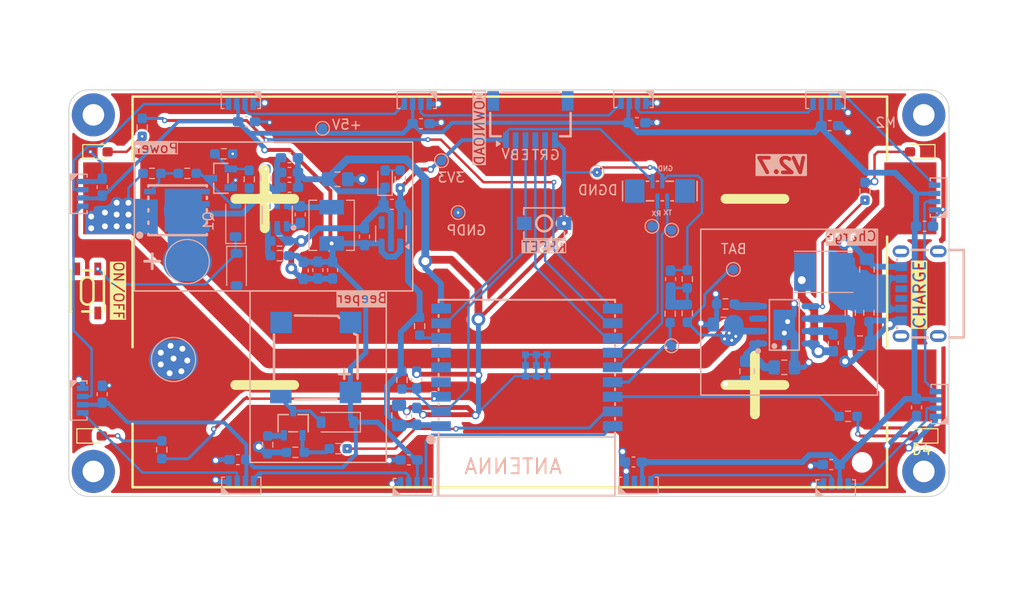
<source format=kicad_pcb>
(kicad_pcb (version 20240108) (generator "pcbnew") (generator_version "8.0")
  (title_block (title "esp32BatCharger") (date "2023-12-16") (company "dwain po"))
  (layers (0 "F.Cu" mixed) (31 "B.Cu" signal) (34 "B.Paste" user) (35 "F.Paste" user) (36 "B.SilkS" user "B.Silkscreen") (37 "F.SilkS" user "F.Silkscreen") (38 "B.Mask" user) (39 "F.Mask" user) (44 "Edge.Cuts" user))
  (net 0 "")
  (net 1 "+BATT")
  (net 2 "GNDPWR")
  (net 3 "+5V")
  (net 4 "GNDD")
  (net 5 "+3V3")
  (net 6 "Net-(U2-VSYS)")
  (net 7 "VCC")
  (net 8 "Net-(U2-LX)")
  (net 9 "Net-(U2-BST)")
  (net 10 "Net-(C28-Pad1)")
  (net 11 "Net-(U2-VIN)")
  (net 12 "Net-(C37-Pad1)")
  (net 13 "/KEY")
  (net 14 "Net-(D2-A)")
  (net 15 "Net-(D13-A)")
  (net 18 "/ESP_TX")
  (net 19 "/ESP_RX")
  (net 20 "Net-(LED1-DO)")
  (net 21 "Net-(LED1-DI)")
  (net 22 "Net-(LED2-DI)")
  (net 23 "Net-(LED3-DI)")
  (net 24 "Net-(LED4-DI)")
  (net 25 "Net-(LED5-DI)")
  (net 26 "Net-(LED6-DI)")
  (net 27 "/RGB")
  (net 28 "Net-(LED8-DI)")
  (net 29 "Net-(LED10-DO)")
  (net 30 "/POWER_EN")
  (net 31 "Net-(U2-LED)")
  (net 32 "/BAT_FB")
  (net 33 "Net-(U2-NTC)")
  (net 34 "/EN")
  (net 35 "/TXD")
  (net 36 "/RXD")
  (net 37 "/IO9")
  (net 39 "Net-(LED12-DI)")
  (net 41 "Net-(LED11-DI)")
  (net 42 "/GREEN")
  (net 43 "Net-(D3-A)")
  (net 44 "Net-(D4-A)")
  (net 45 "/YELLOW")
  (net 46 "/BLUE")
  (net 47 "/BEEP")
  (net 48 "Net-(D6-A)")
  (net 49 "Net-(BT1-+-Pad3)")
  (net 50 "Net-(U1-IO8)")
  (net 51 "Net-(Q5-G)")
  (net 52 "Net-(D5-A)")
  (net 55 "Net-(Q5-S)")
  (net 58 "Net-(U3-BS)")
  (net 59 "Net-(U3-SW)")
  (net 60 "Net-(D1-K)")
  (net 61 "/K1")
  (net 62 "Net-(U3-FB)")
  (net 63 "Net-(U3-EN)")
  (net 68 "Net-(U4-B)")
  (net 69 "Net-(Q1-G)")
  (footprint "bat_rf:BAT-SMD_BH-18650-B1BA007" (layer "F.Cu") (at 109.5 89.3)
    (property "Reference" "BT1" (hide yes))
    (property "Value" "doubleBatCell" (hide yes))
  )
  (footprint "MountingHole:MountingHole_2.2mm_M2_Pad" (layer "F.Cu") (at 67.025 107.625)
    (property "Reference" "H3" (hide yes))
    (property "Value" "MountingHole")
  )
  (footprint "LED_SMD:LED_0603_1608Metric_Pad1.05x0.95mm_HandSolder" (layer "F.Cu") (at 67.6 75)
    (property "Reference" "D13" (hide yes))
    (property "Value" "B_LED")
  )
  (footprint "LED_SMD:LED_0603_1608Metric_Pad1.05x0.95mm_HandSolder" (layer "F.Cu") (at 151.5 104 180)
    (property "Reference" "D4")
    (property "Value" "Y_LED")
  )
  (footprint "LED_SMD:LED_0603_1608Metric_Pad1.05x0.95mm_HandSolder" (layer "F.Cu") (at 67 104)
    (property "Reference" "D3" (hide yes))
    (property "Value" "G_LED")
  )
  (footprint "MountingHole:MountingHole_2.2mm_M2_Pad" (layer "F.Cu") (at 67.025 71.225)
    (property "Reference" "H4" (hide yes))
    (property "Value" "MountingHole")
  )
  (footprint "MountingHole:MountingHole_2.2mm_M2_Pad" (layer "F.Cu") (at 151.725 71.225)
    (property "Reference" "H1" (hide yes))
    (property "Value" "MountingHole")
  )
  (footprint "LED_SMD:LED_0603_1608Metric_Pad1.05x0.95mm_HandSolder" (layer "F.Cu") (at 151.2 75 180)
    (property "Reference" "D2" (hide yes))
    (property "Value" "RED")
  )
  (footprint "bat_rf:SW-SMD_4P-L4.2-W3.3-P2.15-LS5.1" (layer "F.Cu") (at 66.4 89.2 -90)
    (property "Reference" "SW1" (hide yes))
    (property "Value" "3*4*2.5MM_贴片4脚")
  )
  (footprint "MountingHole:MountingHole_2.2mm_M2_Pad" (layer "F.Cu") (at 151.725 107.625)
    (property "Reference" "H2" (hide yes))
    (property "Value" "MountingHole")
  )
  (footprint "Resistor_SMD:R_0603_1608Metric_Pad0.98x0.95mm_HandSolder" (layer "B.Cu") (at 86.0135 85.6)
    (property "Reference" "R22" (hide yes))
    (property "Value" "160k")
  )
  (footprint "bat_rf:LED-SMD_4P-L4.0-W1.7_M4020-03003-RGB-862-001" (layer "B.Cu") (at 152.925 100.745 90)
    (property "Reference" "LED8" (hide yes))
    (property "Value" "XL-4020RGBC-WS2812B")
  )
  (footprint "Diode_SMD:D_SOD-123" (layer "B.Cu") (at 81.626 87 -90)
    (property "Reference" "D1" (hide yes))
    (property "Value" "1N4148W")
  )
  (footprint "Resistor_SMD:R_0603_1608Metric_Pad0.98x0.95mm_HandSolder" (layer "B.Cu") (at 84.8 104.9 90)
    (property "Reference" "R17" (hide yes))
    (property "Value" "500R")
  )
  (footprint "Capacitor_SMD:C_0603_1608Metric_Pad1.08x0.95mm_HandSolder" (layer "B.Cu") (at 100.445 72.125 180)
    (property "Reference" "C31" (hide yes))
    (property "Value" "100n")
  )
  (footprint "TestPoint:TestPoint_Pad_D1.0mm" (layer "B.Cu") (at 104.226 81.2 180)
    (property "Reference" "TP9" (hide yes))
    (property "Value" "TestPoint")
  )
  (footprint "Resistor_SMD:R_0603_1608Metric_Pad0.98x0.95mm_HandSolder" (layer "B.Cu") (at 98.326 77.7875 90)
    (property "Reference" "R16" (hide yes))
    (property "Value" "1k")
  )
  (footprint "bat_rf:LED-SMD_4P-L4.0-W1.7_M4020-03003-RGB-862-001" (layer "B.Cu") (at 142.745 108.925)
    (property "Reference" "LED12" (hide yes))
    (property "Value" "XL-4020RGBC-WS2812B")
  )
  (footprint "Capacitor_SMD:C_0603_1608Metric_Pad1.08x0.95mm_HandSolder" (layer "B.Cu") (at 88.126 81.4 90)
    (property "Reference" "C18" (hide yes))
    (property "Value" "100n")
  )
  (footprint "bat_rf:LED-SMD_4P-L4.0-W1.7_M4020-03003-RGB-862-001" (layer "B.Cu") (at 141.685 70.125 180)
    (property "Reference" "LED10" (hide yes))
    (property "Value" "XL-4020RGBC-WS2812B")
  )
  (footprint "bat_rf:DFN-8_L5.8-W4.9-P1.27-LS6.0-BL-1" (layer "B.Cu") (at 75.55 80.963 90)
    (property "Reference" "Q1")
    (property "Value" "IRFH7440TRPBF")
  )
  (footprint "Resistor_SMD:R_0603_1608Metric_Pad0.98x0.95mm_HandSolder" (layer "B.Cu") (at 92 105.3 180)
    (property "Reference" "R6" (hide yes))
    (property "Value" "100R")
  )
  (footprint "Capacitor_SMD:C_0603_1608Metric_Pad1.08x0.95mm_HandSolder" (layer "B.Cu") (at 122.465 72.025 180)
    (property "Reference" "C30" (hide yes))
    (property "Value" "100n")
  )
  (footprint "bat_rf:LED-SMD_4P-L4.0-W1.7_M4020-03003-RGB-862-001" (layer "B.Cu") (at 122.105 70.025 180)
    (property "Reference" "LED1" (hide yes))
    (property "Value" "XL-4020RGBC-WS2812B")
  )
  (footprint "LED_SMD:LED_0603_1608Metric_Pad1.05x0.95mm_HandSolder" (layer "B.Cu") (at 96.776 77.78 90)
    (property "Reference" "D6" (hide yes))
    (property "Value" "LED")
  )
  (footprint "Resistor_SMD:R_0603_1608Metric_Pad0.98x0.95mm_HandSolder" (layer "B.Cu") (at 145.725 79.025 -90)
    (property "Reference" "R3" (hide yes))
    (property "Value" "3k")
  )
  (footprint "bat_rf:SW-SMD_L4.0-W2.9-LS5.0" (layer "B.Cu") (at 113 82.3 180)
    (property "Reference" "SW3" (hide yes))
    (property "Value" "TS-1199A-B-B")
  )
  (footprint "Resistor_SMD:R_0603_1608Metric_Pad0.98x0.95mm_HandSolder" (layer "B.Cu") (at 127.6 87.9875 -90)
    (property "Reference" "R10" (hide yes))
    (property "Value" "3m")
  )
  (footprint "kicadLib:CONN-SMD_6P-P1.00_XYECONN_XY-SH1.0-6A61" (layer "B.Cu") (at 111.6 71.8)
    (property "Reference" "J3" (hide yes))
    (property "Value" "Conn_01x06")
  )
  (footprint "bat_rf:LED-SMD_4P-L4.0-W1.7_M4020-03003-RGB-862-001" (layer "B.Cu") (at 82.10825 108.665)
    (property "Reference" "LED6" (hide yes))
    (property "Value" "XL-4020RGBC-WS2812B")
  )
  (footprint "bat_rf:SOT-23-6_L2.9-W1.6-P0.95-LS2.8-BL" (layer "B.Cu") (at 85.776 81.451 180)
    (property "Reference" "U3" (hide yes))
    (property "Value" "MT2492")
  )
  (footprint "Capacitor_SMD:C_0603_1608Metric_Pad1.08x0.95mm_HandSolder" (layer "B.Cu") (at 87.026 77.1)
    (property "Reference" "C2" (hide yes))
    (property "Value" "100n")
  )
  (footprint "bat_rf:LED-SMD_4P-L4.0-W1.7_M4020-03003-RGB-862-001" (layer "B.Cu") (at 100.005 70.125 180)
    (property "Reference" "LED2" (hide yes))
    (property "Value" "XL-4020RGBC-WS2812B")
  )
  (footprint "Resistor_SMD:R_0603_1608Metric_Pad0.98x0.95mm_HandSolder" (layer "B.Cu") (at 74 105.4125 90)
    (property "Reference" "R5" (hide yes))
    (property "Value" "3k")
  )
  (footprint "bat_rf:ESOP-8_L4.9-W3.9-P1.27-LS6.0-BL-EP3.1" (layer "B.Cu") (at 137.5 92.665 90)
    (property "Reference" "U2" (hide yes))
    (property "Value" "IP2325_5M_WHJC")
  )
  (footprint "Capacitor_SMD:C_0805_2012Metric_Pad1.18x1.45mm_HandSolder" (layer "B.Cu") (at 91.926 77.8 180)
    (property "Reference" "FB1" (hide yes))
    (property "Value" "FerriteBead_Small")
  )
  (footprint "Capacitor_SMD:C_0603_1608Metric_Pad1.08x0.95mm_HandSolder" (layer "B.Cu") (at 67.925 78.6 -90)
    (property "Reference" "C33" (hide yes))
    (property "Value" "100n")
  )
  (footprint "Inductor_SMD:L_Chilisin_BMRA00040420" (layer "B.Cu") (at 91.326 82.5 -90)
    (property "Reference" "L1" (hide yes))
    (property "Value" "10uH")
  )
  (footprint "Resistor_SMD:R_0603_1608Metric_Pad0.98x0.95mm_HandSolder" (layer "B.Cu") (at 73 77.2 180)
    (property "Reference" "R8" (hide yes))
    (property "Value" "10k")
  )
  (footprint "Capacitor_SMD:C_0603_1608Metric_Pad1.08x0.95mm_HandSolder" (layer "B.Cu") (at 89.916 87.075 -90)
    (property "Reference" "C7" (hide yes))
    (property "Value" "100n")
  )
  (footprint "Resistor_SMD:R_0603_1608Metric_Pad0.98x0.95mm_HandSolder" (layer "B.Cu") (at 131.5 90.525)
    (property "Reference" "R18" (hide yes))
    (property "Value" "51k")
  )
  (footprint "Resistor_SMD:R_0603_1608Metric_Pad0.98x0.95mm_HandSolder" (layer "B.Cu") (at 87.625 105.675)
    (property "Reference" "R7" (hide yes))
    (property "Value" "10k")
  )
  (footprint "Resistor_SMD:R_0603_1608Metric_Pad0.98x0.95mm_HandSolder" (layer "B.Cu") (at 125.85 91.525 90)
    (property "Reference" "R14" (hide yes))
    (property "Value" "1k")
  )
  (footprint "Capacitor_SMD:C_0603_1608Metric_Pad1.08x0.95mm_HandSolder" (layer "B.Cu") (at 99.205 106.445)
    (property "Reference" "C36" (hide yes))
    (property "Value" "100n")
  )
  (footprint "Diode_SMD:D_SOD-123" (layer "B.Cu") (at 81.526 82 90)
    (property "Reference" "D7" (hide yes))
    (property "Value" "1N4148W")
  )
  (footprint "Capacitor_SMD:C_0603_1608Metric_Pad1.08x0.95mm_HandSolder" (layer "B.Cu") (at 67.925 99.745 -90)
    (property "Reference" "C34" (hide yes))
    (property "Value" "100n")
  )
  (footprint "Capacitor_SMD:C_0603_1608Metric_Pad1.08x0.95mm_HandSolder" (layer "B.Cu") (at 122.11575 106.665)
    (property "Reference" "C11" (hide yes))
    (property "Value" "100n")
  )
  (footprint "bat_rf:USB-C-SMD_HX-TYPE-C-6PIN" (layer "B.Cu") (at 151.3 89.48 -90)
    (property "Reference" "J1" (hide yes))
    (property "Value" "USB_C_Receptacle_PowerOnly_6P")
  )
  (footprint "TestPoint:TestPoint_Pad_D4.0mm" (layer "B.Cu") (at 76.6 86.2 180)
    (property "Reference" "J2" (hide yes))
    (property "Value" "Conn_01x01_Pin")
  )
  (footprint "bat_rf:FPC-SMD_4P-L7.5-W2.0-P0.50" (layer "B.Cu") (at 124.8 79 90)
    (property "Reference" "P1" (hide yes))
    (property "Value" "FPC_0.5MM_4P_Vertical_mounting_type_H2.0mm")
  )
  (footprint "Resistor_SMD:R_0603_1608Metric_Pad0.98x0.95mm_HandSolder" (layer "B.Cu") (at 144.225 91.4375 -90)
    (property "Reference" "R1" (hide yes))
    (property "Value" "0.5R")
  )
  (footprint "bat_rf:LED-SMD_4P-L4.0-W1.7_M4020-03003-RGB-862-001" (layer "B.Cu") (at 65.925 79.285 -90)
    (property "Reference" "LED4" (hide yes))
    (property "Value" "XL-4020RGBC-WS2812B")
  )
  (footprint "bat_rf:BULETM-SMD_18P-L20.0-W18.0-P1.50_ESP32-C3-WROOM" (layer "B.Cu") (at 111.2355 97)
    (property "Reference" "U1" (hide yes))
    (property "Value" "ESP32-C3-WROOM-02-N4")
  )
  (footprint "bat_rf:LED-SMD_4P-L4.0-W1.7_M4020-03003-RGB-862-001" (layer "B.Cu") (at 82.065 70.125 180)
    (property "Reference" "LED3" (hide yes))
    (property "Value" "XL-4020RGBC-WS2812B")
  )
  (footprint "TestPoint:TestPoint_Pad_D1.0mm" (layer "B.Cu") (at 132.3 87 180)
    (property "Reference" "TP11" (hide yes))
    (property "Value" "TestPoint")
  )
  (footprint "bat_rf:BUZ-SMD_4P-L8.5-W8.5-TL" (layer "B.Cu") (at 89.7 96 90)
    (property "Reference" "U5" (hide yes))
    (property "Value" "MLT-8530-5V")
  )
  (footprint "Capacitor_SMD:C_0603_1608Metric_Pad1.08x0.95mm_HandSolder" (layer "B.Cu") (at 81.7625 106.425)
    (property "Reference" "C35" (hide yes))
    (property "Value" "100n")
  )
  (footprint "Capacitor_SMD:C_0603_1608Metric_Pad1.08x0.95mm_HandSolder" (layer "B.Cu") (at 151.8 82.6 180)
    (property "Reference" "C6" (hide yes))
    (property "Value" "100n")
  )
  (footprint "TestPoint:TestPoint_Pad_D1.0mm" (layer "B.Cu") (at 118.4 77.1 180)
    (property "Reference" "TP1" (hide yes))
    (property "Value" "TestPoint")
  )
  (footprint "Capacitor_SMD:C_0603_1608Metric_Pad1.08x0.95mm_HandSolder" (layer "B.Cu") (at 142.5 94.5 -90)
    (property "Reference" "C27" (hide yes))
    (property "Value" "100n")
  )
  (footprint "Capacitor_SMD:C_0603_1608Metric_Pad1.08x0.95mm_HandSolder" (layer "B.Cu") (at 97.476 80.3625 180)
    (property "Reference" "C15" (hide yes))
    (property "Value" "1u")
  )
  (footprint "Resistor_SMD:R_0603_1608Metric_Pad0.98x0.95mm_HandSolder" (layer "B.Cu") (at 72 72.5 -90)
    (property "Reference" "R13" (hide yes))
    (property "Value" "3k")
  )
  (footprint "TestPoint:TestPoint_Pad_D1.0mm" (layer "B.Cu") (at 90.4 72.6 180)
    (property "Reference" "TP7" (hide yes))
    (property "Value" "TestPoint")
  )
  (footprint "TestPoint:TestPoint_Pad_D4.0mm" (layer "B.Cu") (at 75.2 96.2 180)
    (property "Reference" "J5" (hide yes))
    (property "Value" "Conn_01x01_Pin")
  )
  (footprint "Capacitor_SMD:C_0805_2012Metric_Pad1.18x1.45mm_HandSolder" (layer "B.Cu") (at 98.2 101.9 90)
    (property "Reference" "C12" (hide yes))
    (property "Value" "10u")
  )
  (footprint "Resistor_SMD:R_0603_1608Metric_Pad0.98x0.95mm_HandSolder" (layer "B.Cu") (at 76.6 77.2 180)
    (property "Reference" "R19" (hide yes))
    (property "Value" "100R")
  )
  (footprint "Capacitor_SMD:C_0805_2012Metric_Pad1.18x1.45mm_HandSolder" (layer "B.Cu") (at 145.925 87 90)
    (property "Reference" "C28" (hide yes))
    (property "Value" "10u")
  )
  (footprint "Capacitor_SMD:C_0603_1608Metric_Pad1.08x0.95mm_HandSolder" (layer "B.Cu") (at 82.645 71.925 180)
    (property "Reference" "C32" (hide yes))
    (property "Value" "100n")
  )
  (footprint "Capacitor_SMD:C_0603_1608Metric_Pad1.08x0.95mm_HandSolder" (layer "B.Cu") (at 100 98.3 90)
    (property "Reference" "C16" (hide yes))
    (property "Value" "100n")
  )
  (footprint "Capacitor_SMD:C_0603_1608Metric_Pad1.08x0.95mm_HandSolder" (layer "B.Cu") (at 100 102 90)
    (property "Reference" "C13" (hide yes))
    (property "Value" "100n")
  )
  (footprint "TestPoint:TestPoint_Pad_D1.0mm" (layer "B.Cu") (at 102.526 75.9 180)
    (property "Reference" "TP2" (hide yes))
    (property "Value" "TestPoint")
  )
  (footprint "Resistor_SMD:R_0603_1608Metric_Pad0.98x0.95mm_HandSolder" (layer "B.Cu") (at 144 102)
    (property "Reference" "R15" (hide yes))
    (property "Value" "3k")
  )
  (footprint "Capacitor_SMD:C_0805_2012Metric_Pad1.18x1.45mm_HandSolder" (layer "B.Cu") (at 131.3 92.625 180)
    (property "Reference" "C40" (hide yes))
    (property "Value" "10u")
  )
  (footprint "Capacitor_SMD:C_0805_2012Metric_Pad1.18x1.45mm_HandSolder" (layer "B.Cu") (at 145.225 94.525)
    (property "Reference" "C29" (hide yes))
    (property "Value" "10u")
  )
  (footprint "bat_rf:LED-SMD_4P-L4.0-W1.7_M4020-03003-RGB-862-001" (layer "B.Cu") (at 152.825 79.665 90)
    (property "Reference" "LED9" (hide yes))
    (property "Value" "XL-4020RGBC-WS2812B")
  )
  (footprint "Capacitor_SMD:C_0603_1608Metric_Pad1.08x0.95mm_HandSolder" (layer "B.Cu") (at 142.285 106.925)
    (property "Reference" "C17" (hide yes))
    (property "Value" "100n")
  )
  (footprint "Capacitor_SMD:C_0603_1608Metric_Pad1.08x0.95mm_HandSolder" (layer "B.Cu") (at 87.026 78.62)
    (property "Reference" "C1" (hide yes))
    (property "Value" "2.2u")
  )
  (footprint "Capacitor_SMD:C_0805_2012Metric_Pad1.18x1.45mm_HandSolder" (layer "B.Cu") (at 137.5 97)
    (property "Reference" "C10" (hide yes))
    (property "Value" "22u")
  )
  (footprint "Resistor_SMD:R_0603_1608Metric_Pad0.98x0.95mm_HandSolder" (layer "B.Cu") (at 80.326 75.2)
    (property "Reference" "R21" (hide yes))
    (property "Value" "10k")
  )
  (footprint "Resistor_SMD:R_0603_1608Metric_Pad0.98x0.95mm_HandSolder" (layer "B.Cu") (at 98.5 98.3 90)
    (property "Reference" "R12" (hide yes))
    (property "Value" "10k")
  )
  (footprint "bat_rf:LED-SMD_4P-L4.0-W1.7_M4020-03003-RGB-862-001" (layer "B.Cu") (at 99.61 108.8)
    (property "Reference" "LED7" (hide yes))
    (property "Value" "XL-4020RGBC-WS2812B")
  )
  (footprint "Resistor_SMD:R_0603_1608Metric_Pad0.98x0.95mm_HandSolder" (layer "B.Cu") (at 84.626 77.7 -90)
    (property "Reference" "R23" (hide yes))
    (property "Value" "100k")
  )
  (footprint "Capacitor_SMD:C_0603_1608Metric_Pad1.08x0.95mm_HandSolder" (layer "B.Cu") (at 88.426 87.1 -90)
    (property "Reference" "C4" (hide yes))
    (property "Value" "2.2u")
  )
  (footprint "bat_rf:SOT-23-3_L2.9-W1.3-P1.90-LS2.4-BR" (layer "B.Cu") (at 80.026 77.7)
    (property "Reference" "U4" (hide yes))
    (property "Value" "SS8050_C7420370")
  )
  (footprint "bat_rf:LED-SMD_4P-L4.0-W1.7_M4020-03003-RGB-862-001" (layer "B.Cu") (at 122.63325 108.665)
    (property "Reference" "LED11" (hide yes))
    (property "Value" "XL-4020RGBC-WS2812B")
  )
  (footprint "Capacitor_SMD:C_0603_1608Metric_Pad1.08x0.95mm_HandSolder" (layer "B.Cu") (at 142.125 72.325 180)
    (property "Reference" "C14" (hide yes))
    (property "Value" "100n")
  )
  (footprint "Diode_SMD:D_SOD-123" (layer "B.Cu") (at 91.9 102.6 180)
    (property "Reference" "D5" (hide yes))
    (property "Value" "1N4148W")
  )
  (footprint "Capacitor_SMD:C_0603_1608Metric_Pad1.08x0.95mm_HandSolder" (layer "B.Cu") (at 87.026 75.6)
    (property "Reference" "C3" (hide yes))
    (property "Value" "10u")
  )
  (footprint "Resistor_SMD:R_0603_1608Metric_Pad0.98x0.95mm_HandSolder" (layer "B.Cu") (at 100.3 92.8 90)
    (property "Reference" "R4" (hide yes))
    (property "Value" "10k")
  )
  (footprint "Resistor_SMD:R_0603_1608Metric_Pad0.98x0.95mm_HandSolder" (layer "B.Cu") (at 146.125 91.425 90)
    (property "Reference" "R2" (hide yes))
    (property "Value" "5k1")
  )
  (footprint "Capacitor_SMD:C_0805_2012Metric_Pad1.18x1.45mm_HandSolder" (layer "B.Cu") (at 133.7 97.4 -90)
    (property "Reference" "C26" (hide yes))
    (property "Value" "22u")
  )
  (footprint "Capacitor_SMD:C_0603_1608Metric_Pad1.08x0.95mm_HandSolder" (layer "B.Cu") (at 150.985 101.09075 90)
    (property "Reference" "C5" (hide yes))
    (property "Value" "100n")
  )
  (footprint "Resistor_SMD:R_0603_1608Metric_Pad0.98x0.95mm_HandSolder" (layer "B.Cu") (at 127.6 91.4875 -90)
    (property "Reference" "R9" (hide yes))
    (property "Value" "7.5m")
  )
  (footprint "Resistor_SMD:R_0603_1608Metric_Pad0.98x0.95mm_HandSolder" (layer "B.Cu") (at 86.0135 84.1)
    (property "Reference" "R11" (hide yes))
    (property "Value" "22k")
  )
  (footprint "bat_rf:LED-SMD_4P-L4.0-W1.7_M4020-03003-RGB-862-001" (layer "B.Cu") (at 65.925 100.385 -90)
    (property "Reference" "LED5" (hide yes))
    (property "Value" "XL-4020RGBC-WS2812B")
  )
  (footprint "TestPoint:TestPoint_Pad_D1.0mm" (layer "B.Cu") (at 124 82.6 180)
    (property "Reference" "TP3" (hide yes))
    (property "Value" "TestPoint")
  )
  (footprint "bat_rf:SOT-23" (layer "B.Cu") (at 87.4 102.7 -90)
    (property "Reference" "Q5" (hide yes))
    (property "Value" "AllPower__AP2300")
  )
  (footprint "Package_TO_SOT_SMD:SOT-23-5" (layer "B.Cu") (at 97.376 83.3625 90)
    (property "Reference" "U7" (hide yes))
    (property "Value" "XC6220B331MR")
  )
  (footprint "Capacitor_SMD:C_0603_1608Metric_Pad1.08x0.95mm_HandSolder" (layer "B.Cu") (at 125.9 87.9875 90)
    (property "Reference" "C37" (hide yes))
    (property "Value" "100n")
  )
  (footprint "Capacitor_SMD:C_0603_1608Metric_Pad1.08x0.95mm_HandSolder" (layer "B.Cu") (at 94.676 83.6625 90)
    (property "Reference" "C9" (hide yes))
    (property "Value" "1u")
  )
  (footprint "TestPoint:TestPoint_Pad_D1.0mm" (layer "B.Cu") (at 126 94.8 180)
    (property "Reference" "TP5" (hide yes))
    (property "Value" "TestPoint")
  )
  (footprint "Resistor_SMD:R_0603_1608Metric_Pad0.98x0.95mm_HandSolder" (layer "B.Cu") (at 82.926 77.8 90)
    (property "Reference" "R20" (hide yes))
    (property "Value" "1k")
  )
  (footprint "Capacitor_SMD:C_0603_1608Metric_Pad1.08x0.95mm_HandSolder" (layer "B.Cu") (at 91.426 87.075 -90)
    (property "Reference" "C8" (hide yes))
    (property "Value" "10u")
  )
  (footprint "TestPoint:TestPoint_Pad_D1.0mm" (layer "B.Cu") (at 126 83 180)
    (property "Reference" "TP4" (hide yes))
    (property "Value" "TestPoint")
  )
  (footprint "Inductor_SMD:L_Taiyo-Yuden_NR-40xx_HandSoldering" (layer "B.Cu") (at 141.5 87.25 180)
    (property "Reference" "L2" (hide yes))
    (property "Value" "2.2uH")
  )
  (gr_rect (start 71.2 74) (end 99.6 89.2) (stroke (width 0.15)) (fill none) (layer "B.SilkS"))
  (gr_rect (start 83 89.2) (end 96.9 106.7) (stroke (width 0.15)) (fill none) (layer "B.SilkS"))
  (gr_rect (start 128.97625 82.9) (end 147 99.832) (stroke (width 0.15)) (fill none) (layer "B.SilkS"))
  (gr_line (start 66.519998 110.175) (end 102.060358 110.171005) (stroke (width 0.1)) (layer "Edge.Cuts"))
  (gr_line (start 102.075929 104.085504) (end 120.290221 104.083427) (stroke (width 0.1)) (layer "Edge.Cuts"))
  (gr_arc (start 152.300841 68.675) (mid 153.715027 69.260802) (end 154.300841 70.675) (stroke (width 0.1)) (layer "Edge.Cuts"))
  (gr_line (start 154.300841 70.675) (end 154.300841 108.175) (stroke (width 0.1)) (layer "Edge.Cuts"))
  (gr_line (start 152.300841 110.175) (end 151.419998 110.175) (stroke (width 0.1)) (layer "Edge.Cuts"))
  (gr_line (start 120.300883 110.176621) (end 151.419998 110.175) (stroke (width 0.1)) (layer "Edge.Cuts"))
  (gr_line (start 64.519998 108.175) (end 64.519998 70.675) (stroke (width 0.1)) (layer "Edge.Cuts"))
  (gr_arc (start 64.519998 70.675) (mid 65.105784 69.260786) (end 66.519998 68.675) (stroke (width 0.1)) (layer "Edge.Cuts"))
  (gr_line (start 66.519998 68.675) (end 151.419998 68.675) (stroke (width 0.1)) (layer "Edge.Cuts"))
  (gr_line (start 151.419998 68.675) (end 152.300841 68.675) (stroke (width 0.1)) (layer "Edge.Cuts"))
  (gr_line (start 102.060358 110.171005) (end 102.075929 104.085504) (stroke (width 0.1)) (layer "Edge.Cuts"))
  (gr_arc (start 66.519998 110.175) (mid 65.105784 109.589214) (end 64.519998 108.175) (stroke (width 0.1)) (layer "Edge.Cuts"))
  (gr_line (start 120.290221 104.083427) (end 120.300883 110.176621) (stroke (width 0.1)) (layer "Edge.Cuts"))
  (gr_arc (start 154.300841 108.175) (mid 153.715057 109.589229) (end 152.300841 110.175) (stroke (width 0.1)) (layer "Edge.Cuts"))
  (gr_text "Charge" (at 147 84.2 0) (layer "B.SilkS" knockout) (effects (font (size 1 1)) (justify left bottom mirror)))
  (gr_text "R" (at 113.6 75.9 0) (layer "B.SilkS") (effects (font (size 1 1)) (justify left bottom mirror)))
  (gr_text "Beeper" (at 97.1 90.5 0) (layer "B.SilkS" knockout) (effects (font (size 1 1)) (justify left bottom mirror)))
  (gr_text "DOWNlOAD" (at 107 68.6 90) (layer "B.SilkS" knockout) (effects (font (size 1 1)) (justify left bottom mirror)))
  (gr_text "DGND\n" (at 120.6 79.5 0) (layer "B.SilkS") (effects (font (size 1 1)) (justify left bottom mirror)))
  (gr_text "Power" (at 75.8 75.2 0) (layer "B.SilkS" knockout) (effects (font (size 1 1)) (justify left bottom mirror)))
  (gr_text "GNDP" (at 107.2 83.6 0) (layer "B.SilkS") (effects (font (size 1 1)) (justify left bottom mirror)))
  (gr_text "BAT" (at 133.75 85.5 0) (layer "B.SilkS") (effects (font (size 1 1)) (justify left bottom mirror)))
  (gr_text "+" (at 72 87.6 270) (layer "B.SilkS") (effects (font (size 2 2) (thickness 0.3)) (justify left bottom mirror)))
  (gr_text "T" (at 112.6 75.9 0) (layer "B.SilkS") (effects (font (size 1 1)) (justify left bottom mirror)))
  (gr_text "V" (at 109.6 75.8 0) (layer "B.SilkS") (effects (font (size 1 1)) (justify left bottom mirror)))
  (gr_text "G" (at 114.7 75.9 0) (layer "B.SilkS") (effects (font (size 1 1)) (justify left bottom mirror)))
  (gr_text "M2" (at 149 72.6 0) (layer "B.SilkS") (effects (font (size 1 1)) (justify left bottom mirror)))
  (gr_text "GND" (at 126.2 77 0) (layer "B.SilkS") (effects (font (size 0.5 0.5) (thickness 0.1)) (justify left bottom mirror)))
  (gr_text "RX" (at 125 81.6 0) (layer "B.SilkS") (effects (font (size 0.5 0.5) (thickness 0.1)) (justify left bottom mirror)))
  (gr_text "B" (at 110.6 75.9 0) (layer "B.SilkS") (effects (font (size 1 1)) (justify left bottom mirror)))
  (gr_text "+5V" (at 94.5 72.8 0) (layer "B.SilkS") (effects (font (size 1 1)) (justify left bottom mirror)))
  (gr_text "E" (at 111.6 75.9 0) (layer "B.SilkS") (effects (font (size 1 1)) (justify left bottom mirror)))
  (gr_text "V2.7" (at 140 77.3 0) (layer "B.SilkS" knockout) (effects (font (size 1.5 1.5) (thickness 0.375) (bold yes) (italic yes)) (justify left bottom mirror)))
  (gr_text "RESET" (at 115.4 85.3 0) (layer "B.SilkS" knockout) (effects (font (size 1 1)) (justify left bottom mirror)))
  (gr_text "TX" (at 126.1 81.5 0) (layer "B.SilkS") (effects (font (size 0.5 0.5) (thickness 0.1)) (justify left bottom mirror)))
  (gr_text "3V3" (at 105 78.2 0) (layer "B.SilkS") (effects (font (size 1 1)) (justify left bottom mirror)))
  (gr_text "CHARGE" (at 152 93.2 90) (layer "F.SilkS" knockout) (effects (font (size 1.2 1.2) (thickness 0.2)) (justify left bottom)))
  (gr_text "ON/OFF" (at 69 86.1 -90) (layer "F.SilkS" knockout) (effects (font (size 1 1)) (justify left bottom)))
  (segment (start 132.54375 93.83125) (end 132.375 94) (width 1.2) (layer "F.Cu") (net 1))
  (segment (start 84.995 96.1) (end 68.645 79.75) (width 2) (layer "F.Cu") (net 1))
  (segment (start 84.995 96.1) (end 129.275 96.1) (width 2) (layer "F.Cu") (net 1))
  (segment (start 132.375 94) (end 132.275 93.9) (width 1.2) (layer "F.Cu") (net 1))
  (segment (start 129.275 96.1) (end 131.875 93.5) (width 2) (layer "F.Cu") (net 1))
  (segment (start 132.54375 93.83125) (end 132.137162 94.237838) (width 1.2) (layer "F.Cu") (net 1))
  (segment (start 132.375 94) (end 131.875 93.5) (width 1.2) (layer "F.Cu") (net 1))
  (via (at 131.875 93.5) (size 0.55) (drill 0.3) (layers "F.Cu" "B.Cu") (net 1))
  (via (at 69.4 81.4) (size 1.2) (drill 0.6) (layers "F.Cu" "B.Cu") (net 1))
  (via (at 68.2 81.2) (size 1.2) (drill 0.6) (layers "F.Cu" "B.Cu") (net 1))
  (via (at 69.4 82.6) (size 1.2) (drill 0.6) (layers "F.Cu" "B.Cu") (net 1))
  (via (at 69.4 80.2) (size 1.2) (drill 0.6) (layers "F.Cu" "B.Cu") (net 1))
  (via (at 68.2 82.6) (size 1.2) (drill 0.6) (layers "F.Cu" "B.Cu") (net 1))
  (via (at 66.8 81.6) (size 1.2) (drill 0.6) (layers "F.Cu" "B.Cu") (net 1))
  (via (at 132.137162 94.237838) (size 0.55) (drill 0.3) (layers "F.Cu" "B.Cu") (net 1))
  (via (at 66.8 82.8) (size 1.2) (drill 0.6) (layers "F.Cu" "B.Cu") (net 1))
  (via (at 132.54375 93.83125) (size 0.55) (drill 0.3) (layers "F.Cu" "B.Cu") (net 1))
  (via (at 70.6 80.2) (size 1.2) (drill 0.6) (layers "F.Cu" "B.Cu") (net 1))
  (via (at 70.6 82.6) (size 1.2) (drill 0.6) (layers "F.Cu" "B.Cu") (net 1))
  (via (at 70.6 81.4) (size 1.2) (drill 0.6) (layers "F.Cu" "B.Cu") (net 1))
  (via (at 131.3 93.5) (size 0.55) (drill 0.3) (layers "F.Cu" "B.Cu") (net 1))
  (via (at 131.4 94.1) (size 0.55) (drill 0.3) (layers "F.Cu" "B.Cu") (net 1))
  (segment (start 72.8 81.6) (end 71.4 81.6) (width 1) (layer "B.Cu") (net 1))
  (segment (start 70 81.1125) (end 69.6875 81.1125) (width 0.25) (layer "B.Cu") (net 1))
  (segment (start 70.6 81.4) (end 70.8875 81.1125) (width 0.25) (layer "B.Cu") (net 1))
  (segment (start 69.6875 81.1125) (end 69.4 80.8) (width 0.25) (layer "B.Cu") (net 1))
  (segment (start 129.375 89.564339) (end 131.939339 87) (width 0.3) (layer "B.Cu") (net 1))
  (segment (start 134.818 93.3) (end 133.0125 93.3) (width 0.7) (layer "B.Cu") (net 1))
  (segment (start 70.27 82.87) (end 69.4 82) (width 1) (layer "B.Cu") (net 1))
  (segment (start 131.939339 87) (end 132.3 87) (width 0.3) (layer "B.Cu") (net 1))
  (segment (start 127.6 92.4) (end 128.9 93.7) (width 0.3) (layer "B.Cu") (net 1))
  (segment (start 72.8 81.6) (end 72 81.6) (width 1) (layer "B.Cu") (net 1))
  (segment (start 69.4 80.8) (end 70.3125 81.1125) (width 0.25) (layer "B.Cu") (net 1))
  (segment (start 70.8875 81.1125) (end 71.4175 81.1125) (width 0.25) (layer "B.Cu") (net 1))
  (segment (start 133.0125 93.3) (end 132.3375 92.625) (width 0.7) (layer "B.Cu") (net 1))
  (segment (start 72.8 82.87) (end 71.47 82.87) (width 1) (layer "B.Cu") (net 1))
  (segment (start 70.3125 81.1125) (end 70.6 81.4) (width 0.25) (layer "B.Cu") (net 1))
  (segment (start 71.4175 81.1125) (end 72.2 80.33) (width 0.25) (layer "B.Cu") (net 1))
  (segment (start 127.6 92.4) (end 129.375 90.625) (width 0.3) (layer "B.Cu") (net 1))
  (segment (start 132.3375 93.420038) (end 131.928769 93.828769) (width 2) (layer "B.Cu") (net 1))
  (segment (start 128.9 93.7) (end 132.4125 93.7) (width 0.3) (layer "B.Cu") (net 1))
  (segment (start 72.8 82.87) (end 70.27 82.87) (width 1) (layer "B.Cu") (net 1))
  (segment (start 72.8 80.33) (end 71.93 80.33) (width 1) (layer "B.Cu") (net 1))
  (segment (start 132.54375 93.83125) (end 132.54375 92.83125) (width 1.2) (layer "B.Cu") (net 1))
  (segment (start 132.54375 92.83125) (end 132.3375 92.625) (width 1.2) (layer "B.Cu") (net 1))
  (segment (start 129.375 90.625) (end 129.375 89.564339) (width 0.3) (layer "B.Cu") (net 1))
  (segment (start 72 81.6) (end 70.6 80.2) (width 1) (layer "B.Cu") (net 1))
  (segment (start 132.54375 93.83125) (end 132.375 94) (width 1.2) (layer "B.Cu") (net 1))
  (segment (start 132.3375 92.625) (end 132.3375 93.420038) (width 2) (layer "B.Cu") (net 1))
  (segment (start 71.47 82.87) (end 69.4 80.8) (width 1) (layer "B.Cu") (net 1))
  (segment (start 70.6 78.6875) (end 70.6 80.2) (width 0.25) (layer "B.Cu") (net 1))
  (segment (start 132.4125 93.7) (end 132.54375 93.83125) (width 0.3) (layer "B.Cu") (net 1))
  (segment (start 72.0875 77.2) (end 70.6 78.6875) (width 0.25) (layer "B.Cu") (net 1))
  (segment (start 67.845 97.25) (end 74.05 97.25) (width 4) (layer "F.Cu") (net 2))
  (segment (start 152.375 104) (end 151.55 104.825) (width 0.3) (layer "F.Cu") (net 2))
  (segment (start 68.47 99.025) (end 68.47 98.03) (width 0.5) (layer "F.Cu") (net 2))
  (segment (start 68.47 99.025) (end 70.025 99.025) (width 0.5) (layer "F.Cu") (net 2))
  (segment (start 81.526 75.4875) (end 81.2385 75.2) (width 0.25) (layer "F.Cu") (net 2))
  (segment (start 150.589861 104.825) (end 150.20743 105.207431) (width 0.3) (layer "F.Cu") (net 2))
  (segment (start 81.526 77.9) (end 81.526 75.4875) (width 0.25) (layer "F.Cu") (net 2))
  (segment (start 68.47 99.025) (end 70.709582 99.025) (width 0.5) (layer "F.Cu") (net 2))
  (segment (start 74.05 97.25) (end 75.2 96.1) (width 4) (layer "F.Cu") (net 2))
  (segment (start 66.125 104) (end 66.125 103.875) (width 0.3) (layer "F.Cu") (net 2))
  (segment (start 151.55 104.825) (end 150.589861 104.825) (width 0.3) (layer "F.Cu") (net 2))
  (segment (start 153.524998 84.075002) (end 153.525 84.075) (width 0.5) (layer "F.Cu") (net 2))
  (via (at 129 92.5) (size 0.8) (drill 0.5) (layers "F.Cu" "B.Cu") (net 2))
  (via (at 153.675841 80.9) (size 0.55) (drill 0.3) (layers "F.Cu" "B.Cu") (net 2))
  (via (at 68.645 98.85) (size 0.55) (drill 0.3) (layers "F.Cu" "B.Cu") (net 2))
  (via (at 74.9 94.8) (size 1.2) (drill 0.6) (layers "F.Cu" "B.Cu") (net 2))
  (via (at 73.9 96.7) (size 1.2) (drill 0.6) (layers "F.Cu" "B.Cu") (net 2))
  (via (at 76.1 95.1) (size 1.2) (drill 0.6) (layers "F.Cu" "B.Cu") (net 2))
  (via (at 137.8325 92.3325) (size 0.8) (drill 0.5) (layers "F.Cu" "B.Cu") (net 2))
  (via (at 97.5 108.9) (size 0.8) (drill 0.5) (layers "F.Cu" "B.Cu") (net 2))
  (via (at 150.20743 105.207431) (size 0.8) (drill 0.5) (layers "F.Cu" "B.Cu") (net 2))
  (via (at 143.6 84.4) (size 1.2) (drill 0.6) (layers "F.Cu" "B.Cu") (net 2))
  (via (at 76 97.4) (size 1.2) (drill 0.6) (layers "F.Cu" "B.Cu") (net 2))
  (via (at 83.9 105.1) (size 1.2) (drill 0.6) (layers "F.Cu" "B.Cu") (net 2))
  (via (at 79.5 108.5) (size 0.8) (drill 0.5) (layers "F.Cu" "B.Cu") (net 2))
  (via (at 138.5 90.5) (size 0.8) (drill 0.5) (layers "F.Cu" "B.Cu") (net 2))
  (via (at 140.182069 107.090725) (size 0.8) (drill 0.5) (layers "F.Cu" "B.Cu") (net 2))
  (via (at 65.549923 98.25023) (size 0.8) (drill 0.5) (layers "F.Cu" "B.Cu") (net 2))
  (via (at 144 73) (size 0.8) (drill 0.5) (layers "F.Cu" "B.Cu") (net 2))
  (via (at 75.2 96.1) (size 1.2) (drill 0.6) (layers "F.Cu" "B.Cu") (net 2))
  (via (at 97.2 106.5) (size 0.8) (drill 0.5) (layers "F.Cu" "B.Cu") (net 2))
  (via (at 74.8 97.6) (size 1.2) (drill 0.6) (layers "F.Cu" "B.Cu") (net 2))
  (via (at 148 105) (size 0.8) (drill 0.5) (layers "F.Cu" "B.Cu") (net 2))
  (via (at 104.226 81.2) (size 0.5) (drill 0.25) (layers "F.Cu" "B.Cu") (net 2))
  (via (at 73.9 95.5) (size 1.2) (drill 0.6) (layers "F.Cu" "B.Cu") (net 2))
  (via (at 143.7 96.4) (size 1.2) (drill 0.6) (layers "F.Cu" "B.Cu") (net 2))
  (via (at 81.526 77.9) (size 0.5) (drill 0.25) (layers "F.Cu" "B.Cu") (net 2))
  (via (at 81.2385 75.2) (size 0.5) (drill 0.25) (layers "F.Cu" "B.Cu") (net 2))
  (via (at 76.6 96.3) (size 1.2) (drill 0.6) (layers "F.Cu" "B.Cu") (net 2))
  (via (at 124.5 72) (size 0.8) (drill 0.5) (layers "F.Cu" "B.Cu") (net 2))
  (via (at 79.5 106.5) (size 0.8) (drill 0.5) (layers "F.Cu" "B.Cu") (net 2))
  (via (at 66.725 75) (size 0.5) (drill 0.25) (layers "F.Cu" "B.Cu") (net 2))
  (via (at 121.37325 107.6) (size 0.8) (drill 0.5) (layers "F.Cu" "B.Cu") (net 2))
  (via (at 124.5 70) (size 0.8) (drill 0.5) (layers "F.Cu" "B.Cu") (net 2))
  (via (at 144 71) (size 0.8) (drill 0.5) (layers "F.Cu" "B.Cu") (net 2))
  (via (at 102.2 70.1) (size 0.8) (drill 0.5) (layers "F.Cu" "B.Cu") (net 2))
  (via (at 84.5 70) (size 0.8) (drill 0.5) (layers "F.Cu" "B.Cu") (net 2))
  (via (at 102.5 72) (size 0.8) (drill 0.5) (layers "F.Cu" "B.Cu") (net 2))
  (via (at 140 96.5) (size 0.8) (drill 0.5) (layers "F.Cu" "B.Cu") (net 2))
  (via (at 137.5 93.5) (size 0.8) (drill 0.5) (layers "F.Cu" "B.Cu") (net 2))
  (via blind (at 148.2565 92.600388) (size 1.2) (drill 0.6) (layers "F.Cu" "B.Cu") (net 2))
  (via (at 130.5 89.5) (size 0.8) (drill 0.5) (layers "F.Cu" "B.Cu") (net 2))
  (via (at 131.5 98.7) (size 0.8) (drill 0.5) (layers "F.Cu" "B.Cu") (net 2))
  (via (at 121 105.6) (size 0.8) (drill 0.5) (layers "F.Cu" "B.Cu") (net 2))
  (via (at 140.5 109) (size 0.8) (drill 0.5) (layers "F.Cu" "B.Cu") (net 2))
  (via (at 85 72) (size 0.55) (drill 0.3) (layers "F.Cu" "B.Cu") (net 2))
  (via (at 94.426 77.8) (size 1.2) (drill 0.6) (layers "F.Cu" "B.Cu") (net 2))
  (via (at 137.5 95) (size 0.8) (drill 0.5) (layers "F.Cu" "B.Cu") (net 2))
  (segment (start 130.5875 90.525) (end 130.5875 92.3) (width 0.5) (layer "B.Cu") (net 2))
  (segment (start 84.925 71.925) (end 85 72) (width 0.3) (layer "B.Cu") (net 2))
  (segment (start 92.9635 77.8) (end 94.426 77.8) (width 0.6) (layer "B.Cu") (net 2))
  (segment (start 130.5875 89.5875) (end 130.5 89.5) (width 0.5) (layer "B.Cu") (net 2))
  (segment (start 124.5 72) (end 124.475 72.025) (width 0.5) (layer "B.Cu") (net 2))
  (segment (start 121 105.6) (end 121 106.41175) (width 0.5) (layer "B.Cu") (net 2))
  (segment (start 153.675841 80.9) (end 152.85 80.9) (width 0.3) (layer "B.Cu") (net 2))
  (segment (start 148.187112 92.600388) (end 146.2625 94.525) (width 0.6) (layer "B.Cu") (net 2))
  (segment (start 129.125 92.625) (end 129 92.5) (width 0.5) (layer "B.Cu") (net 2))
  (segment (start 139.5 97) (end 140 96.5) (width 0.5) (layer "B.Cu") (net 2))
  (segment (start 121.37325 106.785) (end 121.25325 106.665) (width 0.5) (layer "B.Cu") (net 2))
  (segment (start 81.026 78.65) (end 81.026 78.4) (width 0.25) (layer "B.Cu") (net 2))
  (segment (start 80.84825 108.665) (end 79.665 108.665) (width 0.5) (layer "B.Cu") (net 2))
  (segment (start 150.20743 105.207431) (end 152.925 102.489861) (width 0.5) (layer "B.Cu") (net 2))
  (segment (start 84.6125 105.8125) (end 83.9 105.1) (width 0.6) (layer "B.Cu") (net 2))
  (segment (start 67.925 76.2) (end 66.725 75) (width 0.25) (layer "B.Cu") (net 2))
  (segment (start 148.631888 92.225) (end 149.472135 92.225) (width 0.6) (layer "B.Cu") (net 2))
  (segment (start 133.7 98.4375) (end 131.7625 98.4375) (width 0.5) (layer "B.Cu") (net 2))
  (segment (start 149.2565 86.725) (end 146.6875 86.725) (width 0.6) (layer "B.Cu") (net 2))
  (segment (start 80.9 106.425) (end 79.575 106.425) (width 0.5) (layer "B.Cu") (net 2))
  (segment (start 148.2565 92.600388) (end 148.631888 92.225) (width 0.6) (layer "B.Cu") (net 2))
  (segment (start 124.475 70.025) (end 124.5 70) (width 0.5) (layer "B.Cu") (net 2))
  (segment (start 130.2625 92.625) (end 129.125 92.625) (width 0.5) (layer "B.Cu") (net 2))
  (segment (start 141.485 108.925) (end 140.575 108.925) (width 0.5) (layer "B.Cu") (net 2))
  (segment (start 124.475 72.025) (end 123.3275 72.025) (width 0.5) (layer "B.Cu") (net 2))
  (segment (start 84.8 105.8125) (end 84.6125 105.8125) (width 0.6) (layer "B.Cu") (net 2))
  (segment (start 138.5 91.665) (end 137.8325 92.3325) (width 0.5) (layer "B.Cu") (net 2))
  (segment (start 65.549923 98.25023) (end 65.925 98.625307) (width 0.5) (layer "B.Cu") (net 2))
  (segment (start 84.375 70.125) (end 84.5 70) (width 0.5) (layer "B.Cu") (net 2))
  (segment (start 83.325 70.125) (end 84.375 70.125) (width 0.5) (layer "B.Cu") (net 2))
  (segment (start 138.5375 97) (end 139.5 97) (width 0.5) (layer "B.Cu") (net 2))
  (segment (start 142.945 70.125) (end 143.125 70.125) (width 0.5) (layer "B.Cu") (net 2))
  (segment (start 150.985 101.95325) (end 150.985 102.015) (width 0.5) (layer "B.Cu") (net 2))
  (segment (start 68.6125 98.8825) (end 67.925 98.8825) (width 0.3) (layer "B.Cu") (net 2))
  (segment (start 97.6 108.8) (end 97.5 108.9) (width 0.5) (layer "B.Cu") (net 2))
  (segment (start 144.3625 84.4) (end 145.925 85.9625) (width 0.6) (layer "B.Cu") (net 2))
  (segment (start 65.925 78.025) (end 67.9225 78.025) (width 0.5) (layer "B.Cu") (net 2))
  (segment (start 102.175 70.125) (end 101.265 70.125) (width 0.5) (layer "B.Cu") (net 2))
  (segment (start 84.9375 105.675) (end 84.8 105.8125) (width 0.6) (layer "B.Cu") (net 2))
  (segment (start 138.5375 97) (end 138.5375 93.7025) (width 0.8) (layer "B.Cu") (net 2))
  (segment (start 143.6 84.4) (end 144.3625 84.4) (width 0.6) (layer "B.Cu") (net 2))
  (segment (start 143.7 96.4) (end 144.3875 96.4) (width 0.6) (layer "B.Cu") (net 2))
  (segment (start 83.5075 71.925) (end 84.925 71.925) (width 0.3) (layer "B.Cu") (net 2))
  (segment (start 143.125 70.125) (end 144 71) (width 0.5) (layer "B.Cu") (net 2))
  (segment (start 130.5875 90.525) (end 130.5875 89.5875) (width 0.5) (layer "B.Cu") (net 2))
  (segment (start 152.6625 81.913341) (end 153.675841 80.9) (width 0.3) (layer "B.Cu") (net 2))
  (segment (start 152.925 102.489861) (end 152.925 102.005) (width 0.5) (layer "B.Cu") (net 2))
  (segment (start 152.85 80.9) (end 152.825 80.925) (width 0.3) (layer "B.Cu") (net 2))
  (segment (start 81.026 78.4) (end 81.526 77.9) (width 0.25) (layer "B.Cu") (net 2))
  (segment (start 67.925 77.7375) (end 67.925 76.2) (width 0.25) (layer "B.Cu") (net 2))
  (segment (start 121.37325 108.665) (end 121.37325 106.785) (width 0.5) (layer "B.Cu") (net 2))
  (segment (start 148.2565 92.600388) (end 147.881112 92.225) (width 0.6) (layer "B.Cu") (net 2))
  (segment (start 79.575 106.425) (end 79.5 106.5) (width 0.5) (layer "B.Cu") (net 2))
  (segment (start 146.2375 92.225) (end 146.125 92.3375) (width 0.6) (layer "B.Cu") (net 2))
  (segment (start 102.375 72.125) (end 102.5 72) (width 0.5) (layer "B.Cu") (net 2))
  (segment (start 148.2565 92.600388) (end 148.187112 92.600388) (width 0.6) (layer "B.Cu") (net 2))
  (segment (start 67.9225 78.025) (end 67.925 78.0225) (width 0.5) (layer "B.Cu") (net 2))
  (segment (start 142.9875 72.325) (end 143.325 72.325) (width 0.5) (layer "B.Cu") (net 2))
  (segment (start 146.2625 94.525) (end 146.2625 92.475) (width 0.6) (layer "B.Cu") (net 2))
  (segment (start 65.925 98.625307) (end 65.925 99.125) (width 0.5) (layer "B.Cu") (net 2))
  (segment (start 86.7125 105.675) (end 84.9375 105.675) (width 0.6) (layer "B.Cu") (net 2))
  (segment (start 140.575 108.925) (end 140.5 109) (width 0.5) (layer "B.Cu") (net 2))
  (segment (start 137.5 92.665) (end 137.8325 92.3325) (width 0.5) (layer "B.Cu") (net 2))
  (segment (start 140.347794 106.925) (end 140.182069 107.090725) (width 0.5) (layer "B.Cu") (net 2))
  (segment (start 97.255 106.445) (end 97.2 106.5) (width 0.5) (layer "B.Cu") (net 2))
  (segment (start 147.881112 92.225) (end 146.2375 92.225) (width 0.6) (layer "B.Cu") (net 2))
  (segment (start 144.3875 96.4) (end 146.2625 94.525) (width 0.6) (layer "B.Cu") (net 2))
  (segment (start 98.35 108.8) (end 97.6 108.8) (width 0.5) (layer "B.Cu") (net 2))
  (segment (start 101.3075 72.125) (end 102.375 72.125) (width 0.5) (layer "B.Cu") (net 2))
  (segment (start 152.6625 82.6) (end 152.6625 81.913341) (width 0.3) (layer "B.Cu") (net 2))
  (segment (start 131.7625 98.4375) (end 131.5 98.7) (width 0.5) (layer "B.Cu") (net 2))
  (segment (start 146.2625 92.475) (end 146.125 92.3375) (width 0.6) (layer "B.Cu") (net 2))
  (segment (start 141.4225 106.925) (end 140.347794 106.925) (width 0.5) (layer "B.Cu") (net 2))
  (segment (start 130.5875 92.3) (end 130.2625 92.625) (width 0.5) (layer "B.Cu") (net 2))
  (segment (start 137.5 92.665) (end 137.5 93.5) (width 0.5) (layer "B.Cu") (net 2))
  (segment (start 123.365 70.025) (end 124.475 70.025) (width 0.5) (layer "B.Cu") (net 2))
  (segment (start 146.6875 86.725) (end 145.925 85.9625) (width 0.6) (layer "B.Cu") (net 2))
  (segment (start 150.985 102.015) (end 148 105) (width 0.5) (layer "B.Cu") (net 2))
  (segment (start 68.645 98.85) (end 68.6125 98.8825) (width 0.3) (layer "B.Cu") (net 2))
  (segment (start 79.665 108.665) (end 79.5 108.5) (width 0.5) (layer "B.Cu") (net 2))
  (segment (start 102.2 70.1) (end 102.175 70.125) (width 0.5) (layer "B.Cu") (net 2))
  (segment (start 121 106.41175) (end 121.25325 106.665) (width 0.5) (layer "B.Cu") (net 2))
  (segment (start 137.5 93.5) (end 137.5 95) (width 0.5) (layer "B.Cu") (net 2))
  (segment (start 98.3425 106.445) (end 97.255 106.445) (width 0.5) (layer "B.Cu") (net 2))
  (segment (start 143.325 72.325) (end 144 73) (width 0.5) (layer "B.Cu") (net 2))
  (segment (start 121.37325 107.6) (end 121.37325 108.665) (width 0.5) (layer "B.Cu") (net 2))
  (segment (start 138.5 90.5) (end 138.5 91.665) (width 0.5) (layer "B.Cu") (net 2))
  (segment (start 138.5375 93.7025) (end 137.5 92.665) (width 0.8) (layer "B.Cu") (net 2))
  (segment (start 91.2 84.224) (end 91.2 78.977851) (width 0.4) (layer "F.Cu") (net 3))
  (segment (start 91.2 78.977851) (end 87.026442 74.804293) (width 0.4) (layer "F.Cu") (net 3))
  (segment (start 91.326 84.35) (end 91.2 84.224) (width 0.4) (layer "F.Cu") (net 3))
  (segment (start 87.026442 74.804293) (end 84.500442 74.804293) (width 0.4) (layer "F.Cu") (net 3))
  (via (at 84.500442 74.804293) (size 0.7) (drill 0.4) (layers "F.Cu" "B.Cu") (net 3))
  (via (at 91.326 84.35) (size 0.7) (drill 0.4) (layers "F.Cu" "B.Cu") (net 3))
  (segment (start 122.97825 106.665) (end 122.97825 108.59) (width 0.4) (layer "B.Cu") (net 3))
  (segment (start 82.625 104.9) (end 80.35 102.625) (width 0.4) (layer "B.Cu") (net 3))
  (segment (start 81.7825 71.925) (end 81.7825 70.2625) (width 0.35) (layer "B.Cu") (net 3))
  (segment (start 150.925 79.2625) (end 152.8075 79.2625) (width 0.4) (layer "B.Cu") (net 3))
  (segment (start 139.335 106.665) (end 122.97825 106.665) (width 0.6) (layer "B.Cu") (net 3))
  (segment (start 141.2625 72.5625) (end 145.825 77.125) (width 0.6) (layer "B.Cu") (net 3))
  (segment (start 80.35 102.625) (end 70.5175 102.625) (width 0.4) (layer "B.Cu") (net 3))
  (segment (start 99.5825 70.1275) (end 99.585 70.125) (width 0.35) (layer "B.Cu") (net 3))
  (segment (start 100.0675 108.7625) (end 100.03 108.8) (width 0.3) (layer "B.Cu") (net 3))
  (segment (start 150.985 100.22825) (end 152.82825 100.22825) (width 0.4) (layer "B.Cu") (net 3))
  (segment (start 145.825 77.125) (end 148.7875 77.125) (width 0.6) (layer "B.Cu") (net 3))
  (segment (start 150.775 91.641116) (end 150.775 100.01825) (width 0.6) (layer "B.Cu") (net 3))
  (segment (start 82.625 106.425) (end 82.625 108.56825) (width 0.4) (layer "B.Cu") (net 3))
  (segment (start 102.631371 73) (end 100.4575 73) (width 0.4) (layer "B.Cu") (net 3))
  (segment (start 143.1475 106.925) (end 142.1725 105.95) (width 0.6) (layer "B.Cu") (net 3))
  (segment (start 88.426 86.2375) (end 91.426 86.2375) (width 0.6) (layer "B.Cu") (net 3))
  (segment (start 91.426 86.2375) (end 91.426 84.45) (width 0.6) (layer "B.Cu") (net 3))
  (segment (start 121.6025 70.1075) (end 121.685 70.025) (width 0.4) (layer "B.Cu") (net 3))
  (segment (start 68.5 100.6075) (end 70.5175 102.625) (width 0.4) (layer "B.Cu") (net 3))
  (segment (start 96.426 84.5) (end 96.426 85.162499) (width 0.6) (layer "B.Cu") (net 3))
  (segment (start 150.9375 82.6) (end 150.8 82.7375) (width 0.6) (layer "B.Cu") (net 3))
  (segment (start 81.7825 71.925) (end 84.500442 74.642942) (width 0.4) (layer "B.Cu") (net 3))
  (segment (start 86.926 85.6) (end 87.7885 85.6) (width 0.6) (layer "B.Cu") (net 3))
  (segment (start 99.5825 72.125) (end 99.5825 70.1275) (width 0.35) (layer "B.Cu") (net 3))
  (segment (start 140.5875 73) (end 141.2625 72.325) (width 0.6) (layer "B.Cu") (net 3))
  (segment (start 67.845761 79.7475) (end 71.593261 76) (width 0.35) (layer "B.Cu") (net 3))
  (segment (start 98.326 85.135894) (end 98.326 84.5) (width 0.6) (layer "B.Cu") (net 3))
  (segment (start 87.7885 85.6) (end 88.426 86.2375) (width 0.6) (layer "B.Cu") (net 3))
  (segment (start 82.625 108.56825) (end 82.52825 108.665) (width 0.4) (layer "B.Cu") (net 3))
  (segment (start 149.84425 100.22825) (end 143.1475 106.925) (width 0.6) (layer "B.Cu") (net 3))
  (segment (start 141.2625 72.325) (end 141.2625 70.1275) (width 0.35) (layer "B.Cu") (net 3))
  (segment (start 141.2625 70.1275) (end 141.265 70.125) (width 0.35) (layer "B.Cu") (net 3))
  (segment (start 93.55 102.6) (end 93.8 102.85) (width 0.4) (layer "B.Cu") (net 3))
  (segment (start 150.925 79.2625) (end 150.9375 79.275) (width 0.6) (layer "B.Cu") (net 3))
  (segment (start 122.5775 73) (end 140.5875 73) (width 0.6) (layer "B.Cu") (net 3))
  (segment (start 84.4 74.5425) (end 81.7825 71.925) (width 0.5) (layer "B.Cu") (net 3))
  (segment (start 121.6025 72.025) (end 103.606371 72.025) (width 0.4) (layer "B.Cu") (net 3))
  (segment (start 83.415 107.215) (end 82.625 106.425) (width 0.4) (layer "B.Cu") (net 3))
  (segment (start 150.8 82.7375) (end 150.8 91.616116) (width 0.6) (layer "B.Cu") (net 3))
  (segment (start 93.241 99.568) (end 93.241 97.042) (width 0.5) (layer "B.Cu") (net 3))
  (segment (start 99.858854 106.445) (end 100.0675 106.445) (width 0.5) (layer "B.Cu") (net 3))
  (segment (start 68.5 100.6075) (end 67.925 100.6075) (width 0.4) (layer "B.Cu") (net 3))
  (segment (start 93.241 97.042) (end 94.807 95.476) (width 0.5) (layer "B.Cu") (net 3))
  (segment (start 93.241 102.291) (end 93.55 102.6) (width 0.5) (layer "B.Cu") (net 3))
  (segment (start 140.05 105.95) (end 139.335 106.665) (width 0.6) (layer "B.Cu") (net 3))
  (segment (start 96.013854 102.6) (end 99.858854 106.445) (width 0.5) (layer "B.Cu") (net 3))
  (segment (start 81.7825 70.2625) (end 81.645 70.125) (width 0.35) (layer "B.Cu") (net 3))
  (segment (start 84.500442 74.642942) (end 84.500442 74.804293) (width 0.4) (layer "B.Cu") (net 3))
  (segment (start 82.625 104.9) (end 82.625 106.425) (width 0.4) (layer "B.Cu") (net 3))
  (segment (start 150.775 100.01825) (end 150.985 100.22825) (width 0.6) (layer "B.Cu") (net 3))
  (segment (start 148.7875 77.125) (end 150.925 79.2625) (width 0.6) (layer "B.Cu") (net 3))
  (segment (start 96.963501 85.7) (end 97.761894 85.7) (width 0.6) (layer "B.Cu") (net 3))
  (segment (start 83.415 107.215) (end 92.45467 107.215) (width 0.4) (layer "B.Cu") (net 3))
  (segment (start 67.7275 100.805) (end 67.925 100.6075) (width 0.4) (layer "B.Cu") (net 3))
  (segment (start 93.241 99.568) (end 93.241 102.291) (width 0.5) (layer "B.Cu") (net 3))
  (segment (start 150.8 91.616116) (end 150.775 91.641116) (width 0.6) (layer "B.Cu") (net 3))
  (segment (start 71.6 76) (end 75.675 71.925) (width 0.35) (layer "B.Cu") (net 3))
  (segment (start 94.807 89.6185) (end 91.426 86.2375) (width 0.5) (layer "B.Cu") (net 3))
  (segment (start 103.606371 72.025) (end 102.631371 73) (width 0.4) (layer "B.Cu") (net 3))
  (segment (start 141.2625 72.325) (end 141.2625 72.5625) (width 0.6) (layer "B.Cu") (net 3))
  (segment (start 143.1475 108.9075) (end 143.165 108.925) (width 0.4) (layer "B.Cu") (net 3))
  (segment (start 142.1725 105.95) (end 140.05 105.95) (width 0.6) (layer "B.Cu") (net 3))
  (segment (start 81.7825 71.925) (end 82.9575 73.1) (width 0.5) (layer "B.Cu") (net 3))
  (segment (start 93.55 102.6) (end 96.013854 102.6) (width 0.5) (layer "B.Cu") (net 3))
  (segment (start 94.807 95.476) (end 94.807 89.6185) (width 0.5) (layer "B.Cu") (net 3))
  (segment (start 67.925 79.7475) (end 65.9675 79.7475) (width 0.4) (layer "B.Cu") (net 3))
  (segment (start 150.9375 79.275) (end 150.9375 82.6) (width 0.6) (layer "B.Cu") (net 3))
  (segment (start 143.1475 106.925) (end 143.1475 108.9075) (width 0.4) (layer "B.Cu") (net 3))
  (segment (start 65.925 100.805) (end 67.7275 100.805) (width 0.4) (layer "B.Cu") (net 3))
  (segment (start 91.326 84.35) (end 96.276 84.35) (width 0.6) (layer "B.Cu") (net 3))
  (segment (start 150.985 100.22825) (end 149.84425 100.22825) (width 0.6) (layer "B.Cu") (net 3))
  (segment (start 100.0675 106.445) (end 100.0675 108.7625) (width 0.3) (layer "B.Cu") (net 3))
  (segment (start 152.82825 100.22825) (end 152.925 100.325) (width 0.4) (layer "B.Cu") (net 3))
  (segment (start 65.9675 79.7475) (end 65.925 79.705) (width 0.4) (layer "B.Cu") (net 3))
  (segment (start 92.45467 107.215) (end 93.8 105.869669) (width 0.4) (layer "B.Cu") (net 3))
  (segment (start 121.6025 72.025) (end 122.5775 73) (width 0.6) (layer "B.Cu") (net 3))
  (segment (start 100.4575 73) (end 99.5825 72.125) (width 0.4) (layer "B.Cu") (net 3))
  (segment (start 96.426 85.162499) (end 96.963501 85.7) (width 0.6) (layer "B.Cu") (net 3))
  (segment (start 75.675 71.925) (end 81.7825 71.925) (width 0.35) (layer "B.Cu") (net 3))
  (segment (start 122.97825 108.59) (end 123.05325 108.665) (width 0.4) (layer "B.Cu") (net 3))
  (segment (start 97.761894 85.7) (end 98.326 85.135894) (width 0.6) (layer "B.Cu") (net 3))
  (segment (start 96.276 84.35) (end 96.426 84.5) (width 0.6) (layer "B.Cu") (net 3))
  (segment (start 152.8075 79.2625) (end 152.825 79.245) (width 0.4) (layer "B.Cu") (net 3))
  (segment (start 98.6075 73.1) (end 99.5825 72.125) (width 0.5) (layer "B.Cu") (net 3))
  (segment (start 121.6025 72.025) (end 121.6025 70.1075) (width 0.4) (layer "B.Cu") (net 3))
  (segment (start 71.593261 76) (end 71.6 76) (width 0.35) (layer "B.Cu") (net 3))
  (segment (start 91.426 84.45) (end 91.326 84.35) (width 0.6) (layer "B.Cu") (net 3))
  (segment (start 93.8 102.85) (end 93.8 105.869669) (width 0.4) (layer "B.Cu") (net 3))
  (segment (start 82.9575 73.1) (end 98.6075 73.1) (width 0.5) (layer "B.Cu") (net 3))
  (segment (start 115.2 83.2) (end 106.3 92.1) (width 0.4) (layer "F.Cu") (net 4))
  (segment (start 100 97.7) (end 106.2 97.7) (width 0.5) (layer "F.Cu") (net 4))
  (segment (start 115.035 82.3) (end 115.2 82.465) (width 0.4) (layer "F.Cu") (net 4))
  (segment (start 106.3 88.8) (end 103.515 86.015) (width 0.8) (layer "F.Cu") (net 4))
  (segment (start 99.4 101.1) (end 99 101.5) (width 0.5) (layer "F.Cu") (net 4))
  (segment (start 105.2 101.1) (end 99.4 101.1) (width 0.5) (layer "F.Cu") (net 4))
  (segment (start 123.8 76.6) (end 118.9 76.6) (width 0.25) (layer "F.Cu") (net 4))
  (segment (start 87.20869 86.891565) (end 87.20869 85.11731) (width 0.6) (layer "F.Cu") (net 4))
  (segment (start 105.931498 101.831498) (end 100.650584 101.831498) (width 0.5) (layer "F.Cu") (net 4))
  (segment (start 106.2 97.7) (end 106.3 97.8) (width 0.5) (layer "F.Cu") (net 4))
  (segment (start 103.515 86.015) (end 101.026 86.015) (width 0.8) (layer "F.Cu") (net 4))
  (segment (start 106.3 92.1) (end 106.3 88.8) (width 0.8) (layer "F.Cu") (net 4))
  (segment (start 106 101.9) (end 105.931498 101.831498) (width 0.5) (layer "F.Cu") (net 4))
  (segment (start 105.2 101.1) (end 106 101.9) (width 0.5) (layer "F.Cu") (net 4))
  (segment (start 118.9 76.6) (end 118.4 77.1) (width 0.25) (layer "F.Cu") (net 4))
  (segment (start 101.026 86.015) (end 100.879426 86.161574) (width 0.8) (layer "F.Cu") (net 4))
  (segment (start 115.2 82.465) (end 115.2 83.2) (width 0.4) (layer "F.Cu") (net 4))
  (segment (start 87.20869 85.11731) (end 88.226 84.1) (width 0.6) (layer "F.Cu") (net 4))
  (via (at 100.650584 101.831498) (size 0.8) (drill 0.5) (layers "F.Cu" "B.Cu") (net 4))
  (via (at 99 101.5) (size 0.8) (drill 0.5) (layers "F.Cu" "B.Cu") (net 4))
  (via (at 106.3 97.8) (size 0.8) (drill 0.5) (layers "F.Cu" "B.Cu") (net 4))
  (via (at 100 97.7) (size 0.8) (drill 0.5) (layers "F.Cu" "B.Cu") (net 4))
  (via blind (at 106.3 92.1) (size 1.4) (drill 0.8) (layers "F.Cu" "B.Cu") (net 4))
  (via (at 87.20869 86.891565) (size 1.2) (drill 0.6) (layers "F.Cu" "B.Cu") (net 4))
  (via (at 118.4 77.1) (size 0.5) (drill 0.25) (layers "F.Cu" "B.Cu") (net 4))
  (via (at 106 101.9) (size 0.8) (drill 0.5) (layers "F.Cu" "B.Cu") (net 4))
  (via (at 123.8 76.6) (size 0.5) (drill 0.25) (layers "F.Cu" "B.Cu") (net 4))
  (via (at 115.035 82.3) (size 0.7) (drill 0.4) (layers "F.Cu" "B.Cu") (net 4))
  (via (at 100.879426 86.161574) (size 1.4) (drill 0.8) (layers "F.Cu" "B.Cu") (net 4))
  (via (at 88.226 84.1) (size 1.2) (drill 0.6) (layers "F.Cu" "B.Cu") (net 4))
  (segment (start 129.1 81.2) (end 127.6 82.7) (width 0.25) (layer "B.Cu") (net 4))
  (segment (start 85.776 83.237936) (end 86.638064 84.1) (width 0.6) (layer "B.Cu") (net 4))
  (segment (start 88.576 84.1) (end 89.876 82.8) (width 0.6) (layer "B.Cu") (net 4))
  (segment (start 112.1955 97.9) (end 111.0955 97.9) (width 0.25) (layer "B.Cu") (net 4))
  (segment (start 125.05 77.986) (end 125.05 77.386) (width 0.25) (layer "B.Cu") (net 4))
  (segment (start 127.6 87.075) (end 125.95 87.075) (width 0.25) (layer "B.Cu") (net 4))
  (segment (start 92.1135 79.025) (end 90.8885 77.8) (width 0.6) (layer "B.Cu") (net 4))
  (segment (start 106.3 92.1) (end 106.3 101.6) (width 0.5) (layer "B.Cu") (net 4))
  (segment (start 94.676 82.8) (end 94.676 82.3) (width 0.6) (layer "B.Cu") (net 4))
  (segment (start 125.05 77.436) (end 124.214 76.6) (width 0.25) (layer "B.Cu") (net 4))
  (segment (start 100 101.180914) (end 100.650584 101.831498) (width 0.5) (layer "B.Cu") (net 4))
  (segment (start 106.3 97.2) (end 106.3 101.6) (width 0.4) (layer "B.Cu") (net 4))
  (segment (start 97.026 80.9) (end 97.376 81.25) (width 0.6) (layer "B.Cu") (net 4))
  (segment (start 96.406 79.025) (end 92.1135 79.025) (width 0.6) (layer "B.Cu") (net 4))
  (segment (start 125.95 87.075) (end 125.9 87.125) (width 0.25) (layer "B.Cu") (net 4))
  (segment (start 96.6135 78.8175) (end 96.776 78.655) (width 0.6) (layer "B.Cu") (net 4))
  (segment (start 88.226 84.1) (end 88.576 84.1) (width 0.6) (layer "B.Cu") (net 4))
  (segment (start 91.426 87.9625) (end 88.426 87.9625) (width 0.6) (layer "B.Cu") (net 4))
  (segment (start 88.5885 77.8) (end 87.8885 77.1) (width 0.6) (layer "B.Cu") (net 4))
  (segment (start 111.0955 97.9) (end 110 97.9) (width 0.25) (layer "B.Cu") (net 4))
  (segment (start 98.3625 100.8625) (end 99 101.5) (width 0.5) (layer "B.Cu") (net 4))
  (segment (start 100 97.7) (end 100 97.4375) (width 0.5) (layer "B.Cu") (net 4))
  (segment (start 111.0955 97.9) (end 111.0955 95.7) (width 0.25) (layer "B.Cu") (net 4))
  (segment (start 94.676 82.2625) (end 96.0385 80.9) (width 0.6) (layer "B.Cu") (net 4))
  (segment (start 125.6 77.436) (end 128.657 77.436) (width 0.25) (layer "B.Cu") (net 4))
  (segment (start 102.4855 88.474) (end 100.879426 86.867926) (width 0.6) (layer "B.Cu") (net 4))
  (segment (start 86.638064 84.1) (end 86.926 84.1) (width 0.6) (layer "B.Cu") (net 4))
  (segment (start 96.0385 80.9) (end 97.026 80.9) (width 0.6) (layer "B.Cu") (net 4))
  (segment (start 129.1 77.879) (end 129.1 81.2) (width 0.25) (layer "B.Cu") (net 4))
  (segment (start 100 101.1375) (end 100 101.180914) (width 0.5) (layer "B.Cu") (net 4))
  (segment (start 98.2 100.8625) (end 98.3625 100.8625) (width 0.5) (layer "B.Cu") (net 4))
  (segment (start 112.1955 97.9) (end 113.2955 97.9) (width 0.25) (layer "B.Cu") (net 4))
  (segment (start 100.879426 86.867926) (end 100.879426 86.161574) (width 0.6) (layer "B.Cu") (net 4))
  (segment (start 88.426 87.9625) (end 88.279625 87.9625) (width 0.6) (layer "B.Cu") (net 4))
  (segment (start 98.909486 75.78) (end 92.9085 75.78) (width 0.8) (layer "B.Cu") (net 4))
  (segment (start 115.035 82.3) (end 115.035 77.1) (width 0.25) (layer "B.Cu") (net 4))
  (segment (start 94.676 82.3) (end 96.6135 80.3625) (width 0.6) (layer "B.Cu") (net 4))
  (segment (start 115.035 74.735) (end 114.1 73.8) (width 0.4) (layer "B.Cu") (net 4))
  (segment (start 106.3 101.6) (end 106 101.9) (width 0.5) (layer "B.Cu") (net 4))
  (segment (start 110 97.9) (end 106 101.9) (width 0.25) (layer "B.Cu") (net 4))
  (segment (start 113.2955 95.7) (end 113.2955 97.9) (width 0.25) (layer "B.Cu") (net 4))
  (segment (start 102.4855 91) (end 102.4855 88.474) (width 0.6) (layer "B.Cu") (net 4))
  (segment (start 94.676 82.8) (end 94.676 82.2625) (width 0.6) (layer "B.Cu") (net 4))
  (segment (start 97.376 81.25) (end 97.376 84.5) (width 0.6) (layer "B.Cu") (net 4))
  (segment (start 86.926 84.1) (end 88.226 84.1) (width 0.6) (layer "B.Cu") (net 4))
  (segment (start 92.9085 75.78) (end 90.8885 77.8) (width 0.8) (layer "B.Cu") (net 4))
  (segment (start 112.1955 95.7) (end 112.1955 97.9) (width 0.25) (layer "B.Cu") (net 4))
  (segment (start 125.05 77.986) (end 125.6 77.436) (width 0.25) (layer "B.Cu") (net 4))
  (segment (start 111.0955 95.7) (end 113.2955 95.7) (width 0.25) (layer "B.Cu") (net 4))
  (segment (start 125.05 77.986) (end 125.05 77.436) (width 0.25) (layer "B.Cu") (net 4))
  (segment (start 87.8885 78.62) (end 87.8885 75.6) (width 0.6) (layer "B.Cu") (net 4))
  (segment (start 127.6 82.7) (end 127.6 87.075) (width 0.25) (layer "B.Cu") (net 4))
  (segment (start 100.879426 86.161574) (end 100.879426 77.74994) (width 0.8) (layer "B.Cu") (net 4))
  (segment (start 85.776 82.6) (end 85.776 83.237936) (width 0.6) (layer "B.Cu") (net 4))
  (segment (start 115.035 77.1) (end 118.4 77.1) (width 0.25) (layer "B.Cu") (net 4))
  (segment (start 100.879426 77.74994) (end 98.909486 75.78) (width 0.8) (layer "B.Cu") (net 4))
  (segment (start 90.8885 77.8) (end 88.5885 77.8) (width 0.6) (layer "B.Cu") (net 4))
  (segment (start 115.035 82.3) (end 115.035 74.735) (width 0.4) (layer "B.Cu") (net 4))
  (segment (start 106.3 97.8) (end 106.3 97.2) (width 0.4) (layer "B.Cu") (net 4))
  (segment (start 124.214 76.6) (end 123.8 76.6) (width 0.25) (layer "B.Cu") (net 4))
  (segment (start 88.279625 87.9625) (end 87.20869 86.891565) (width 0.6) (layer "B.Cu") (net 4))
  (segment (start 128.657 77.436) (end 129.1 77.879) (width 0.25) (layer "B.Cu") (net 4))
  (segment (start 106.3 97.2) (end 106.3 92.1) (width 0.4) (layer "B.Cu") (net 4))
  (segment (start 96.6135 80.3625) (end 96.6135 78.8175) (width 0.6) (layer "B.Cu") (net 4))
  (segment (start 89.876 82.8) (end 94.676 82.8) (width 0.6) (layer "B.Cu") (net 4))
  (segment (start 96.776 78.655) (end 96.406 79.025) (width 0.6) (layer "B.Cu") (net 4))
  (segment (start 101.426 76.8) (end 100.226 76.8) (width 0.4) (layer "F.Cu") (net 5))
  (segment (start 100.226 76.8) (end 98.326 78.7) (width 0.4) (layer "F.Cu") (net 5))
  (via (at 98.326 78.7) (size 0.7) (drill 0.4) (layers "F.Cu" "B.Cu") (net 5))
  (via (at 101.426 76.8) (size 0.7) (drill 0.4) (layers "F.Cu" "B.Cu") (net 5))
  (segment (start 96.975 101.7125) (end 98.2 102.9375) (width 0.6) (layer "B.Cu") (net 5))
  (segment (start 99.126 81.15) (end 99.126 88.1875) (width 0.6) (layer "B.Cu") (net 5))
  (segment (start 98.3385 80.3625) (end 99.126 81.15) (width 0.6) (layer "B.Cu") (net 5))
  (segment (start 104.626 73.8) (end 102.526 75.9) (width 0.4) (layer "B.Cu") (net 5))
  (segment (start 100.3 89.3615) (end 100.3 91.8875) (width 0.6) (layer "B.Cu") (net 5))
  (segment (start 98.2375 102.9) (end 98.2 102.9375) (width 0.6) (layer "B.Cu") (net 5))
  (segment (start 100.3 91.8875) (end 99.901839 91.8875) (width 0.6) (layer "B.Cu") (net 5))
  (segment (start 99.126 88.1875) (end 100.3 89.3615) (width 0.6) (layer "B.Cu") (net 5))
  (segment (start 124.05 77.986) (end 118.739 72.675) (width 0.25) (layer "B.Cu") (net 5))
  (segment (start 98.326 78.7) (end 98.326 82.225) (width 0.6) (layer "B.Cu") (net 5))
  (segment (start 97.15 101.8875) (end 98.2 102.9375) (width 0.25) (layer "B.Cu") (net 5))
  (segment (start 102.526 75.9) (end 102.326 75.9) (width 0.4) (layer "B.Cu") (net 5))
  (segment (start 118.739 72.675) (end 109.475 72.675) (width 0.25) (layer "B.Cu") (net 5))
  (segment (start 109.475 72.675) (end 109.1 73.05) (width 0.25) (layer "B.Cu") (net 5))
  (segment (start 109.1 73.05) (end 109.1 73.8) (width 0.25) (layer "B.Cu") (net 5))
  (segment (start 102.4855 102.9) (end 98.2375 102.9) (width 0.6) (layer "B.Cu") (net 5))
  (segment (start 109.1 73.8) (end 104.626 73.8) (width 0.4) (layer "B.Cu") (net 5))
  (segment (start 102.326 75.9) (end 101.426 76.8) (width 0.4) (layer "B.Cu") (net 5))
  (segment (start 98.384752 97.272252) (end 98.5 97.3875) (width 0.6) (layer "B.Cu") (net 5))
  (segment (start 98.5 97.3875) (end 96.975 98.9125) (width 0.6) (layer "B.Cu") (net 5))
  (segment (start 99.901839 91.8875) (end 98.384752 93.404587) (width 0.6) (layer "B.Cu") (net 5))
  (segment (start 98.384752 93.404587) (end 98.384752 97.272252) (width 0.6) (layer "B.Cu") (net 5))
  (segment (start 96.975 98.9125) (end 96.975 101.7125) (width 0.6) (layer "B.Cu") (net 5))
  (segment (start 135.5 97) (end 134.8625 96.3625) (width 0.8) (layer "B.Cu") (net 6))
  (segment (start 133.7 95.688) (end 134.818 94.57) (width 0.8) (layer "B.Cu") (net 6))
  (segment (start 134.8625 96.3625) (end 133.7 96.3625) (width 0.8) (layer "B.Cu") (net 6))
  (segment (start 136.4625 97) (end 135.5 97) (width 0.8) (layer "B.Cu") (net 6))
  (segment (start 133.7 96.3625) (end 133.7 95.688) (width 0.8) (layer "B.Cu") (net 6))
  (segment (start 84.626 78.6125) (end 85.101 78.6125) (width 0.6) (layer "B.Cu") (net 7))
  (segment (start 84.626 78.88154) (end 84.626 78.6125) (width 0.6) (layer "B.Cu") (net 7))
  (segment (start 85.776 79.2875) (end 85.776 80.302) (width 0.6) (layer "B.Cu") (net 7))
  (segment (start 85.776 80.302) (end 85.776 75.9875) (width 0.6) (layer "B.Cu") (net 7))
  (segment (start 76.6 86.2) (end 76.6 81.367) (width 4) (layer "B.Cu") (net 7))
  (segment (start 78.851 81.3) (end 82.20754 81.3) (width 0.6) (layer "B.Cu") (net 7))
  (segment (start 85.101 78.6125) (end 85.776 79.2875) (width 0.6) (layer "B.Cu") (net 7))
  (segment (start 85.776 75.9875) (end 86.1635 75.6) (width 0.6) (layer "B.Cu") (net 7))
  (segment (start 76.6 81.367) (end 76.196 80.963) (width 4) (layer "B.Cu") (net 7))
  (segment (start 82.20754 81.3) (end 84.626 78.88154) (width 0.6) (layer "B.Cu") (net 7))
  (segment (start 140.55 91.135786) (end 140.55 94.938) (width 0.8) (layer "F.Cu") (net 8))
  (segment (start 139.275 88.1) (end 139.275 89.860786) (width 0.8) (layer "F.Cu") (net 8))
  (segment (start 139.275 89.860786) (end 140.55 91.135786) (width 0.8) (layer "F.Cu") (net 8))
  (segment (start 140.55 94.938) (end 140.9745 95.3625) (width 0.8) (layer "F.Cu") (net 8))
  (via (at 140.9745 95.3625) (size 1.4) (drill 0.8) (layers "F.Cu" "B.Cu") (net 8))
  (via blind (at 139.275 88.1) (size 1.4) (drill 0.8) (layers "F.Cu" "B.Cu") (net 8))
  (segment (start 139.6 87.25) (end 139.6 87.775) (width 0.8) (layer "B.Cu") (net 8))
  (segment (start 139.6 87.775) (end 139.275 88.1) (width 0.8) (layer "B.Cu") (net 8))
  (segment (start 140.9745 95.3625) (end 142.5 95.3625) (width 0.8) (layer "B.Cu") (net 8))
  (segment (start 140.182 94.57) (end 140.9745 95.3625) (width 0.8) (layer "B.Cu") (net 8))
  (segment (start 142.1625 93.3) (end 140.182 93.3) (width 0.8) (layer "B.Cu") (net 9))
  (segment (start 142.5 93.6375) (end 142.1625 93.3) (width 0.8) (layer "B.Cu") (net 9))
  (segment (start 144.2375 90.5125) (end 144.225 90.525) (width 0.5) (layer "B.Cu") (net 10))
  (segment (start 146.125 88.2375) (end 145.925 88.0375) (width 0.5) (layer "B.Cu") (net 10))
  (segment (start 144.225 90.525) (end 144.225 90.275) (width 0.5) (layer "B.Cu") (net 10))
  (segment (start 144.225 92.35) (end 144.225 94.4875) (width 0.8) (layer "B.Cu") (net 11))
  (segment (start 143.905 92.03) (end 140.182 92.03) (width 0.8) (layer "B.Cu") (net 11))
  (segment (start 144.225 94.4875) (end 144.1875 94.525) (width 0.8) (layer "B.Cu") (net 11))
  (segment (start 144.225 92.35) (end 143.905 92.03) (width 0.8) (layer "B.Cu") (net 11))
  (segment (start 125.85 90.6125) (end 127.5625 90.6125) (width 1) (layer "B.Cu") (net 12))
  (segment (start 125.9 88.85) (end 125.9 90.5625) (width 1) (layer "B.Cu") (net 12))
  (segment (start 127.6 90.575) (end 127.6 88.9) (width 0.3) (layer "B.Cu") (net 12))
  (segment (start 127.6 88.9) (end 125.95 88.9) (width 0.3) (layer "B.Cu") (net 12))
  (segment (start 125.95 88.9) (end 125.9 88.85) (width 0.3) (layer "B.Cu") (net 12))
  (segment (start 147.025 75) (end 150.325 75) (width 0.25) (layer "F.Cu") (net 14))
  (segment (start 146.7 75.325) (end 147.025 75) (width 0.25) (layer "F.Cu") (net 14))
  (segment (start 146.7 78.025) (end 146.7 75.325) (width 0.25) (layer "F.Cu") (net 14))
  (via (at 146.7 78.025) (size 0.8) (drill 0.5) (layers "F.Cu" "B.Cu") (net 14))
  (segment (start 146.7 78.025) (end 146.6125 78.1125) (width 0.5) (layer "B.Cu") (net 14))
  (segment (start 146.6125 78.1125) (end 145.725 78.1125) (width 0.5) (layer "B.Cu") (net 14))
  (segment (start 68.475 75) (end 70.4125 75) (width 0.25) (layer "F.Cu") (net 15))
  (segment (start 70.4125 75) (end 72 73.4125) (width 0.25) (layer "F.Cu") (net 15))
  (via (at 72 73.4125) (size 0.5) (drill 0.25) (layers "F.Cu" "B.Cu") (net 15))
  (segment (start 125.025 92.4605) (end 125.025 83.4) (width 0.25) (layer "B.Cu") (net 18))
  (segment (start 119.9855 97) (end 120.4855 97) (width 0.25) (layer "B.Cu") (net 18))
  (segment (start 125.55 82.875) (end 125.55 80.014) (width 0.25) (layer "B.Cu") (net 18))
  (segment (start 125.025 83.4) (end 125.55 82.875) (width 0.25) (layer "B.Cu") (net 18))
  (segment (start 120.4855 97) (end 125.025 92.4605) (width 0.25) (layer "B.Cu") (net 18))
  (segment (start 119.9855 95.5) (end 120.6855 95.5) (width 0.3) (layer "B.Cu") (net 19))
  (segment (start 120.4855 95.5) (end 124.575 91.4105) (width 0.25) (layer "B.Cu") (net 19))
  (segment (start 124.575 82.4) (end 124.55 82.375) (width 0.25) (layer "B.Cu") (net 19))
  (segment (start 119.9855 95.5) (end 120.4855 95.5) (width 0.25) (layer "B.Cu") (net 19))
  (segment (start 124.575 91.4105) (end 124.575 82.5) (width 0.25) (layer "B.Cu") (net 19))
  (segment (start 124.55 82.375) (end 124.55 80.014) (width 0.25) (layer "B.Cu") (net 19))
  (segment (start 124.575 82.5) (end 124.575 82.4) (width 0.25) (layer "B.Cu") (net 19))
  (segment (start 139.9 70.975) (end 122.79 70.975) (width 0.25) (layer "B.Cu") (net 20))
  (segment (start 122.525 70.71) (end 122.525 70.025) (width 0.25) (layer "B.Cu") (net 20))
  (segment (start 140.425 70.45) (end 139.9 70.975) (width 0.25) (layer "B.Cu") (net 20))
  (segment (start 122.79 70.975) (end 122.525 70.71) (width 0.25) (layer "B.Cu") (net 20))
  (segment (start 140.425 70.125) (end 140.425 70.45) (width 0.25) (layer "B.Cu") (net 20))
  (segment (start 119.595 71.275) (end 120.845 70.025) (width 0.25) (layer "B.Cu") (net 21))
  (segment (start 100.75 71.3) (end 102 71.3) (width 0.25) (layer "B.Cu") (net 21))
  (segment (start 102.025 71.275) (end 119.595 71.275) (width 0.25) (layer "B.Cu") (net 21))
  (segment (start 102 71.3) (end 102.025 71.275) (width 0.25) (layer "B.Cu") (net 21))
  (segment (start 100.425 70.125) (end 100.425 70.975) (width 0.25) (layer "B.Cu") (net 21))
  (segment (start 100.425 70.975) (end 100.75 71.3) (width 0.25) (layer "B.Cu") (net 21))
  (segment (start 82.485 70.735) (end 82.485 70.125) (width 0.25) (layer "B.Cu") (net 22))
  (segment (start 82.875 71.125) (end 82.485 70.735) (width 0.25) (layer "B.Cu") (net 22))
  (segment (start 98.745 70.125) (end 97.745 71.125) (width 0.25) (layer "B.Cu") (net 22))
  (segment (start 97.745 71.125) (end 82.875 71.125) (width 0.25) (layer "B.Cu") (net 22))
  (segment (start 65 78.79) (end 65 75.911827) (width 0.25) (layer "B.Cu") (net 23))
  (segment (start 65 78.79) (end 65.075 78.865) (width 0.25) (layer "B.Cu") (net 23))
  (segment (start 65.075 78.865) (end 65.925 78.865) (width 0.25) (layer "B.Cu") (net 23))
  (segment (start 72.172924 70.125) (end 67.872924 74.425) (width 0.25) (layer "B.Cu") (net 23))
  (segment (start 67.872924 74.425) (end 66.486827 74.425) (width 0.25) (layer "B.Cu") (net 23))
  (segment (start 80.805 70.125) (end 72.172924 70.125) (width 0.25) (layer "B.Cu") (net 23))
  (segment (start 66.486827 74.425) (end 65 75.911827) (width 0.25) (layer "B.Cu") (net 23))
  (segment (start 66.85 95.1) (end 65 93.25) (width 0.25) (layer "B.Cu") (net 24))
  (segment (start 66.775 99.965) (end 66.85 99.89) (width 0.25) (layer "B.Cu") (net 24))
  (segment (start 65 93.25) (end 65 81.47) (width 0.25) (layer "B.Cu") (net 24))
  (segment (start 66.85 99.89) (end 66.85 95.1) (width 0.25) (layer "B.Cu") (net 24))
  (segment (start 65 81.47) (end 65.925 80.545) (width 0.25) (layer "B.Cu") (net 24))
  (segment (start 66.775 99.965) (end 65.925 99.965) (width 0.25) (layer "B.Cu") (net 24))
  (segment (start 65.925 101.645) (end 72.02 107.74) (width 0.25) (layer "B.Cu") (net 25))
  (segment (start 72.02 107.74) (end 81.61325 107.74) (width 0.25) (layer "B.Cu") (net 25))
  (segment (start 81.68825 107.815) (end 81.68825 108.665) (width 0.25) (layer "B.Cu") (net 25))
  (segment (start 81.61325 107.74) (end 81.68825 107.815) (width 0.25) (layer "B.Cu") (net 25))
  (segment (start 99.19 108.065) (end 99.19 108.8) (width 0.3) (layer "B.Cu") (net 26))
  (segment (start 83.36825 108.665) (end 83.36825 108.34) (width 0.3) (layer "B.Cu") (net 26))
  (segment (start 98.89 107.765) (end 99.19 108.065) (width 0.3) (layer "B.Cu") (net 26))
  (segment (start 83.36825 108.665) (end 84.23325 107.8) (width 0.25) (layer "B.Cu") (net 26))
  (segment (start 83.94325 107.765) (end 98.89 107.765) (width 0.3) (layer "B.Cu") (net 26))
  (segment (start 83.36825 108.34) (end 83.94325 107.765) (width 0.3) (layer "B.Cu") (net 26))
  (segment (start 100.955 104.5) (end 101.551228 103.903772) (width 0.3) (layer "B.Cu") (net 27))
  (segment (start 100.955 108.715) (end 100.87 108.8) (width 0.3) (layer "B.Cu") (net 27))
  (segment (start 100.955 104.5) (end 100.955 108.715) (width 0.3) (layer "B.Cu") (net 27))
  (segment (start 101.551228 103.903772) (end 119.081728 103.903772) (width 0.3) (layer "B.Cu") (net 27))
  (segment (start 119.081728 103.903772) (end 119.9855 103) (width 0.3) (layer "B.Cu") (net 27))
  (segment (start 151.8 80.26) (end 151.975 80.085) (width 0.25) (layer "B.Cu") (net 28))
  (segment (start 151.8 89.2385) (end 151.8 80.26) (width 0.25) (layer "B.Cu") (net 28))
  (segment (start 151.8615 98.4215) (end 151.8615 89.3) (width 0.25) (layer "B.Cu") (net 28))
  (segment (start 152.925 99.485) (end 151.8615 98.4215) (width 0.25) (layer "B.Cu") (net 28))
  (segment (start 151.975 80.085) (end 152.825 80.085) (width 0.25) (layer "B.Cu") (net 28))
  (segment (start 151.8615 89.3) (end 151.8 89.2385) (width 0.25) (layer "B.Cu") (net 28))
  (segment (start 142.105 69.275) (end 142.105 70.125) (width 0.25) (layer "B.Cu") (net 29))
  (segment (start 152.825 78.405) (end 143.62 69.2) (width 0.25) (layer "B.Cu") (net 29))
  (segment (start 142.18 69.2) (end 142.105 69.275) (width 0.25) (layer "B.Cu") (net 29))
  (segment (start 143.62 69.2) (end 142.18 69.2) (width 0.25) (layer "B.Cu") (net 29))
  (segment (start 141.4 90.8) (end 141.4 84.2625) (width 0.25) (layer "F.Cu") (net 31))
  (segment (start 141.4 84.2625) (end 145.725 79.9375) (width 0.25) (layer "F.Cu") (net 31))
  (via blind (at 145.725 79.9375) (size 0.5) (drill 0.25) (layers "F.Cu" "B.Cu") (net 31))
  (via blind (at 141.4 90.8) (size 0.5) (drill 0.25) (layers "F.Cu" "B.Cu") (net 31))
  (segment (start 141.36 90.76) (end 140.182 90.76) (width 0.25) (layer "B.Cu") (net 31))
  (segment (start 141.4 90.8) (end 141.36 90.76) (width 0.25) (layer "B.Cu") (net 31))
  (segment (start 121.6 98.5) (end 125.85 94.25) (width 0.3) (layer "B.Cu") (net 32))
  (segment (start 119.9855 98.5) (end 121.6 98.5) (width 0.3) (layer "B.Cu") (net 32))
  (segment (start 125.85 94.25) (end 125.85 92.4375) (width 0.3) (layer "B.Cu") (net 32))
  (segment (start 134.818 90.76) (end 132.6475 90.76) (width 0.8) (layer "B.Cu") (net 33))
  (segment (start 132.6475 90.76) (end 132.4125 90.525) (width 0.8) (layer "B.Cu") (net 33))
  (segment (start 102.9855 101.5) (end 105.275 99.2105) (width 0.25) (layer "B.Cu") (net 34))
  (segment (start 100 99.1625) (end 98.55 99.1625) (width 0.25) (layer "B.Cu") (net 34))
  (segment (start 111.1 85.021896) (end 111.1 73.8) (width 0.25) (layer "B.Cu") (net 34))
  (segment (start 100 99.7) (end 101.7 101.4) (width 0.25) (layer "B.Cu") (net 34))
  (segment (start 105.275 90.846896) (end 111.1 85.021896) (width 0.25) (layer "B.Cu") (net 34))
  (segment (start 98.55 99.1625) (end 98.5 99.2125) (width 0.25) (layer "B.Cu") (net 34))
  (segment (start 105.275 99.2105) (end 105.275 90.846896) (width 0.25) (layer "B.Cu") (net 34))
  (segment (start 100 99.1625) (end 100 99.7) (width 0.25) (layer "B.Cu") (net 34))
  (segment (start 101.7 101.4) (end 102.4855 101.4) (width 0.25) (layer "B.Cu") (net 34))
  (segment (start 102.4855 101.5) (end 102.9855 101.5) (width 0.25) (layer "B.Cu") (net 34))
  (segment (start 119.9855 94) (end 119.3355 94) (width 0.25) (layer "B.Cu") (net 35))
  (segment (start 119.9855 94) (end 119.1855 94) (width 0.4) (layer "B.Cu") (net 35))
  (segment (start 112.1 86.7645) (end 112.1 73.8) (width 0.25) (layer "B.Cu") (net 35))
  (segment (start 119.3355 94) (end 112.1 86.7645) (width 0.25) (layer "B.Cu") (net 35))
  (segment (start 113.1 86.1145) (end 113.1 73.8) (width 0.25) (layer "B.Cu") (net 36))
  (segment (start 119.9855 92.5) (end 120.4855 92.5) (width 0.3) (layer "B.Cu") (net 36))
  (segment (start 119.9855 92.5) (end 119.4855 92.5) (width 0.25) (layer "B.Cu") (net 36))
  (segment (start 119.4855 92.5) (end 113.1 86.1145) (width 0.25) (layer "B.Cu") (net 36))
  (segment (start 119.9855 92.4) (end 120.4855 92.4) (width 0.3) (layer "B.Cu") (net 36))
  (segment (start 110.1 74.8) (end 110.1 73.8) (width 0.25) (layer "B.Cu") (net 37))
  (segment (start 109.7 85.7855) (end 109.7 75.2) (width 0.25) (layer "B.Cu") (net 37))
  (segment (start 102.9855 92.5) (end 109.7 85.7855) (width 0.25) (layer "B.Cu") (net 37))
  (segment (start 102.4855 92.5) (end 102.9855 92.5) (width 0.25) (layer "B.Cu") (net 37))
  (segment (start 109.7 75.2) (end 110.1 74.8) (width 0.25) (layer "B.Cu") (net 37))
  (segment (start 152.075 101.165) (end 152.925 101.165) (width 0.25) (layer "B.Cu") (net 39))
  (segment (start 152 102.389555) (end 152 101.24) (width 0.25) (layer "B.Cu") (net 39))
  (segment (start 145.464555 108.925) (end 152 102.389555) (width 0.25) (layer "B.Cu") (net 39))
  (segment (start 144.005 108.925) (end 145.464555 108.925) (width 0.25) (layer "B.Cu") (net 39))
  (segment (start 152 101.24) (end 152.075 101.165) (width 0.25) (layer "B.Cu") (net 39))
  (segment (start 142.085 108) (end 142.325 108.24) (width 0.25) (layer "B.Cu") (net 41))
  (segment (start 124.23325 108) (end 142.085 108) (width 0.25) (layer "B.Cu") (net 41))
  (segment (start 123.89325 108.34) (end 124.23325 108) (width 0.25) (layer "B.Cu") (net 41))
  (segment (start 142.325 108.24) (end 142.325 108.925) (width 0.25) (layer "B.Cu") (net 41))
  (segment (start 123.89325 108.665) (end 123.89325 108.34) (width 0.25) (layer "B.Cu") (net 41))
  (segment (start 79.4 103.3) (end 82.674265 100.025735) (width 0.25) (layer "F.Cu") (net 42))
  (segment (start 79.3 103.3) (end 79.4 103.3) (width 0.25) (layer "F.Cu") (net 42))
  (segment (start 82.4 100.2) (end 79.3 103.3) (width 0.25) (layer "F.Cu") (net 42))
  (segment (start 101.8 100.2) (end 82.4 100.2) (width 0.25) (layer "F.Cu") (net 42))
  (via (at 79.3 103.3) (size 0.55) (drill 0.3) (layers "F.Cu" "B.Cu") (net 42))
  (via (at 101.8 100.2) (size 0.55) (drill 0.3) (layers "F.Cu" "B.Cu") (net 42))
  (segment (start 79.3 103.3) (end 79.3 103.725) (width 0.3) (layer "B.Cu") (net 42))
  (segment (start 79.3 103.725) (end 76.7 106.325) (width 0.3) (layer "B.Cu") (net 42))
  (segment (start 76.7 106.325) (end 74 106.325) (width 0.3) (layer "B.Cu") (net 42))
  (segment (start 67.875 104) (end 69.5 104) (width 0.3) (layer "F.Cu") (net 43))
  (via (at 69.5 104) (size 0.55) (drill 0.3) (layers "F.Cu" "B.Cu") (net 43))
  (segment (start 70 104.5) (end 69.5 104) (width 0.3) (layer "B.Cu") (net 43))
  (segment (start 74 104.5) (end 70 104.5) (width 0.3) (layer "B.Cu") (net 43))
  (segment (start 145.2 104) (end 145 103.8) (width 0.3) (layer "F.Cu") (net 44))
  (segment (start 150.625 104) (end 145.2 104) (width 0.3) (layer "F.Cu") (net 44))
  (via (at 145 103.8) (size 0.55) (drill 0.3) (layers "F.Cu" "B.Cu") (net 44))
  (segment (start 145 103.8) (end 145 102.0875) (width 0.3) (layer "B.Cu") (net 44))
  (segment (start 145 102.0875) (end 144.9125 102) (width 0.3) (layer "B.Cu") (net 44))
  (segment (start 141.0875 100) (end 143.0875 102) (width 0.3) (layer "B.Cu") (net 45))
  (segment (start 119.9855 100) (end 141.0875 100) (width 0.3) (layer "B.Cu") (net 45))
  (segment (start 114 78.1) (end 106.8135 78.1) (width 0.25) (layer "F.Cu") (net 46))
  (segment (start 84.647449 73.799999) (end 82.64745 71.8) (width 0.3) (layer "F.Cu") (net 46))
  (segment (start 74.3 71.8) (end 82.64745 71.8) (width 0.3) (layer "F.Cu") (net 46))
  (segment (start 106.8135 78.1) (end 102.4635 73.75) (width 0.25) (layer "F.Cu") (net 46))
  (segment (start 102.4635 73.75) (end 101.15 73.75) (width 0.25) (layer "F.Cu") (net 46))
  (via (at 101.15 73.75) (size 0.5) (drill 0.25) (layers "F.Cu" "B.Cu") (net 46))
  (via (at 114 78.1) (size 0.5) (drill 0.25) (layers "F.Cu" "B.Cu") (net 46))
  (via (at 84.647449 73.799999) (size 0.5) (drill 0.25) (layers "F.Cu" "B.Cu") (net 46))
  (via (at 74.3 71.8) (size 0.55) (drill 0.3) (layers "F.Cu" "B.Cu") (net 46))
  (segment (start 113.945 78.155) (end 114 78.1) (width 0.25) (layer "B.Cu") (net 46))
  (segment (start 113.945 84.9595) (end 113.945 78.155) (width 0.25) (layer "B.Cu") (net 46))
  (segment (start 84.697448 73.75) (end 84.647449 73.799999) (width 0.3) (layer "B.Cu") (net 46))
  (segment (start 101.15 73.75) (end 84.697448 73.75) (width 0.3) (layer "B.Cu") (net 46))
  (segment (start 119.9855 91) (end 113.945 84.9595) (width 0.25) (layer "B.Cu") (net 46))
  (segment (start 74.0875 71.5875) (end 72 71.5875) (width 0.3) (layer "B.Cu") (net 46))
  (segment (start 74.3 71.8) (end 74.0875 71.5875) (width 0.3) (layer "B.Cu") (net 46))
  (segment (start 99.821228 103.278772) (end 104 103.278772) (width 0.25) (layer "F.Cu") (net 47))
  (segment (start 97.8 105.3) (end 99.821228 103.278772) (width 0.25) (layer "F.Cu") (net 47))
  (segment (start 92.9125 105.3) (end 97.8 105.3) (width 0.25) (layer "F.Cu") (net 47))
  (via (at 104 103.278772) (size 0.55) (drill 0.3) (layers "F.Cu" "B.Cu") (net 47))
  (via blind (at 92.9125 105.3) (size 0.5) (drill 0.25) (layers "F.Cu" "B.Cu") (net 47))
  (segment (start 119.2855 101.5) (end 119.9855 101.5) (width 0.3) (layer "B.Cu") (net 47))
  (segment (start 117.5855 103.2) (end 119.2855 101.5) (width 0.3) (layer "B.Cu") (net 47))
  (segment (start 104 103.278772) (end 104.078772 103.2) (width 0.3) (layer "B.Cu") (net 47))
  (segment (start 104.078772 103.2) (end 117.5855 103.2) (width 0.3) (layer "B.Cu") (net 47))
  (segment (start 98.326 76.875) (end 96.806 76.875) (width 0.25) (layer "B.Cu") (net 48))
  (segment (start 96.806 76.875) (end 96.776 76.905) (width 0.25) (layer "B.Cu") (net 48))
  (segment (start 145.9565 84.4185) (end 150.425 79.95) (width 3) (layer "F.Cu") (net 49))
  (segment (start 149.592283 99.05) (end 145.9565 95.414217) (width 3) (layer "F.Cu") (net 49))
  (segment (start 145.9565 95.414217) (end 145.9565 84.4185) (width 3) (layer "F.Cu") (net 49))
  (segment (start 150.18 99.025) (end 146.4565 95.3015) (width 2) (layer "F.Cu") (net 49))
  (segment (start 146.4565 95.3015) (end 146.4565 83.6485) (width 2) (layer "F.Cu") (net 49))
  (segment (start 146.4565 83.6485) (end 150.18 79.925) (width 2) (layer "F.Cu") (net 49))
  (segment (start 150.425 99.05) (end 149.592283 99.05) (width 3) (layer "F.Cu") (net 49))
  (segment (start 102.4855 94) (end 100.6875 94) (width 0.3) (layer "B.Cu") (net 50))
  (segment (start 100.6875 94) (end 100.3 93.6125) (width 0.3) (layer "B.Cu") (net 50))
  (segment (start 90.7125 105.675) (end 91.0875 105.3) (width 0.4) (layer "B.Cu") (net 51))
  (segment (start 88.35 103.935) (end 88.35 105.4875) (width 0.4) (layer "B.Cu") (net 51))
  (segment (start 88.5375 105.675) (end 90.7125 105.675) (width 0.4) (layer "B.Cu") (net 51))
  (segment (start 88.35 105.4875) (end 88.5375 105.675) (width 0.4) (layer "B.Cu") (net 51))
  (segment (start 87.4 101.465) (end 89.115 101.465) (width 0.35) (layer "B.Cu") (net 52))
  (segment (start 89.115 101.465) (end 90.25 102.6) (width 0.35) (layer "B.Cu") (net 52))
  (segment (start 86.143 100.208) (end 87.4 101.465) (width 0.35) (layer "B.Cu") (net 52))
  (segment (start 84.8 103.9875) (end 86.3975 103.9875) (width 0.6) (layer "B.Cu") (net 55))
  (segment (start 86.3975 103.9875) (end 86.45 103.935) (width 0.6) (layer "B.Cu") (net 55))
  (segment (start 87.7885 82.6) (end 88.126 82.2625) (width 0.6) (layer "B.Cu") (net 58))
  (segment (start 86.726 82.6) (end 87.7885 82.6) (width 0.6) (layer "B.Cu") (net 58))
  (segment (start 91.326 80.65) (end 87.074 80.65) (width 0.6) (layer "B.Cu") (net 59))
  (segment (start 87.074 80.65) (end 86.726 80.302) (width 0.6) (layer "B.Cu") (net 59))
  (via (at 67.475 86.95) (size 0.5) (drill 0.25) (layers "F.Cu" "B.Cu") (net 60))
  (segment (start 81.526 85.25) (end 81.626 85.35) (width 0.25) (layer "B.Cu") (net 60))
  (segment (start 81.526 83.65) (end 81.526 85.25) (width 0.25) (layer "B.Cu") (net 60))
  (segment (start 78.451 88.525) (end 69.05 88.525) (width 0.25) (layer "B.Cu") (net 60))
  (segment (start 81.626 85.35) (end 78.451 88.525) (width 0.25) (layer "B.Cu") (net 60))
  (segment (start 69.05 88.525) (end 67.475 86.95) (width 0.25) (layer "B.Cu") (net 60))
  (segment (start 77.926 77.2) (end 77.3125 77.2) (width 0.25) (layer "B.Cu") (net 61))
  (segment (start 79.163 78.437) (end 79.026 78.3) (width 0.25) (layer "B.Cu") (net 61))
  (segment (start 79.563 78.837) (end 79.163 78.437) (width 0.25) (layer "B.Cu") (net 61))
  (segment (start 81.076 80.35) (end 79.563 78.837) (width 0.25) (layer "B.Cu") (net 61))
  (segment (start 79.026 78.3) (end 79.026 77.7) (width 0.25) (layer "B.Cu") (net 61))
  (segment (start 79.163 78.437) (end 77.726 77) (width 0.25) (layer "B.Cu") (net 61))
  (segment (start 79.563 78.837) (end 77.926 77.2) (width 0.25) (layer "B.Cu") (net 61))
  (segment (start 81.526 80.35) (end 81.076 80.35) (width 0.25) (layer "B.Cu") (net 61))
  (segment (start 84.826 85.325) (end 85.101 85.6) (width 0.6) (layer "B.Cu") (net 62))
  (segment (start 84.826 82.6) (end 84.826 85.325) (width 0.6) (layer "B.Cu") (net 62))
  (segment (start 84.626 76.7875) (end 84.626 80.102) (width 0.25) (layer "F.Cu") (net 63))
  (segment (start 84.626 80.102) (end 84.826 80.302) (width 0.25) (layer "F.Cu") (net 63))
  (via (at 84.826 80.302) (size 0.5) (drill 0.25) (layers "F.Cu" "B.Cu") (net 63))
  (via (at 84.626 76.7875) (size 0.5) (drill 0.25) (layers "F.Cu" "B.Cu") (net 63))
  (segment (start 81.026 76.75) (end 80.9635 76.75) (width 0.25) (layer "B.Cu") (net 68))
  (segment (start 81.026 76.75) (end 82.7885 76.75) (width 0.25) (layer "B.Cu") (net 68))
  (segment (start 80.9635 76.75) (end 79.4135 75.2) (width 0.25) (layer "B.Cu") (net 68))
  (segment (start 82.7885 76.75) (end 82.926 76.8875) (width 0.25) (layer "B.Cu") (net 68))
  (segment (start 73.7125 78.1475) (end 72.8 79.06) (width 0.25) (layer "B.Cu") (net 69))
  (segment (start 73.7125 77.2) (end 73.7125 78.1475) (width 0.25) (layer "B.Cu") (net 69))
  (segment (start 75.6875 77.2) (end 73.9125 77.2) (width 0.25) (layer "B.Cu") (net 69))
  (zone (net 2) (net_name "GNDPWR") (layer "F.Cu") (priority 3) (connect_pads yes (clearance 0.5)) (min_thickness 0.25) (fill yes (thermal_gap 0.5) (thermal_bridge_width 0.5))
    (polygon (pts (xy 57.5 63.5) (xy 58.5 118) (xy 161 115) (xy 160.5 59.5)))
  )
  (zone (net 0) (net_name "") (layers "F&B.Cu") (connect_pads yes (clearance 0)) (min_thickness 0.25)
    (keepout (tracks not_allowed) (vias not_allowed) (pads not_allowed) (copperpour not_allowed) (footprints allowed))
    (fill (thermal_gap 0.5) (thermal_bridge_width 0.5))
    (polygon (pts (xy 120.2 104.053772) (xy 102.4 104.053772) (xy 102.5 110.653772) (xy 120.1 111.053772)))
  )
  (zone (net 10) (net_name "Net-(C28-Pad1)") (layer "B.Cu") (priority 4) (connect_pads yes (clearance 0.5)) (min_thickness 0.25) (fill yes (thermal_gap 0.5) (thermal_bridge_width 0.5))
    (polygon (pts (xy 142 85) (xy 142 90) (xy 143.75 91.5) (xy 150 91.5) (xy 150 87.5) (xy 144.5 85)))
  )
  (zone (net 1) (net_name "+BATT") (layer "B.Cu") (connect_pads yes (clearance 0.5)) (min_thickness 0.25) (fill yes (thermal_gap 0.5) (thermal_bridge_width 0.5))
    (polygon (pts (xy 66.2 81) (xy 69.2 79.8) (xy 73.6 79.8) (xy 73.6 83.4) (xy 66.2 83.4)))
  )
)
</source>
